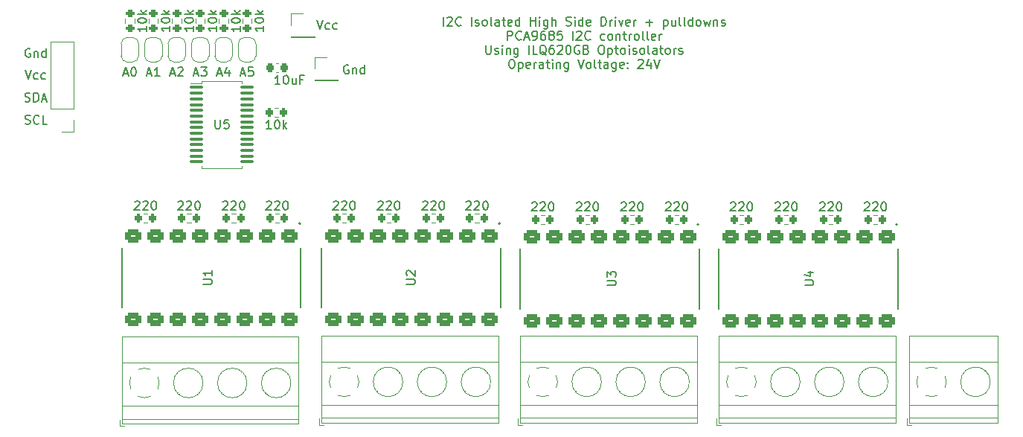
<source format=gto>
%TF.GenerationSoftware,KiCad,Pcbnew,(6.0.0)*%
%TF.CreationDate,2022-10-09T23:28:55-04:00*%
%TF.ProjectId,i2c 24vout,69326320-3234-4766-9f75-742e6b696361,rev?*%
%TF.SameCoordinates,Original*%
%TF.FileFunction,Legend,Top*%
%TF.FilePolarity,Positive*%
%FSLAX46Y46*%
G04 Gerber Fmt 4.6, Leading zero omitted, Abs format (unit mm)*
G04 Created by KiCad (PCBNEW (6.0.0)) date 2022-10-09 23:28:55*
%MOMM*%
%LPD*%
G01*
G04 APERTURE LIST*
G04 Aperture macros list*
%AMRoundRect*
0 Rectangle with rounded corners*
0 $1 Rounding radius*
0 $2 $3 $4 $5 $6 $7 $8 $9 X,Y pos of 4 corners*
0 Add a 4 corners polygon primitive as box body*
4,1,4,$2,$3,$4,$5,$6,$7,$8,$9,$2,$3,0*
0 Add four circle primitives for the rounded corners*
1,1,$1+$1,$2,$3*
1,1,$1+$1,$4,$5*
1,1,$1+$1,$6,$7*
1,1,$1+$1,$8,$9*
0 Add four rect primitives between the rounded corners*
20,1,$1+$1,$2,$3,$4,$5,0*
20,1,$1+$1,$4,$5,$6,$7,0*
20,1,$1+$1,$6,$7,$8,$9,0*
20,1,$1+$1,$8,$9,$2,$3,0*%
%AMFreePoly0*
4,1,22,0.500000,-0.750000,0.000000,-0.750000,0.000000,-0.745033,-0.079941,-0.743568,-0.215256,-0.701293,-0.333266,-0.622738,-0.424486,-0.514219,-0.481581,-0.384460,-0.499164,-0.250000,-0.500000,-0.250000,-0.500000,0.250000,-0.499164,0.250000,-0.499963,0.256109,-0.478152,0.396186,-0.417904,0.524511,-0.324060,0.630769,-0.204165,0.706417,-0.067858,0.745374,0.000000,0.744959,0.000000,0.750000,
0.500000,0.750000,0.500000,-0.750000,0.500000,-0.750000,$1*%
%AMFreePoly1*
4,1,20,0.000000,0.744959,0.073905,0.744508,0.209726,0.703889,0.328688,0.626782,0.421226,0.519385,0.479903,0.390333,0.500000,0.250000,0.500000,-0.250000,0.499851,-0.262216,0.476331,-0.402017,0.414519,-0.529596,0.319384,-0.634700,0.198574,-0.708877,0.061801,-0.746166,0.000000,-0.745033,0.000000,-0.750000,-0.500000,-0.750000,-0.500000,0.750000,0.000000,0.750000,0.000000,0.744959,
0.000000,0.744959,$1*%
G04 Aperture macros list end*
%ADD10C,0.150000*%
%ADD11C,0.120000*%
%ADD12C,0.127000*%
%ADD13C,0.200000*%
%ADD14R,2.600000X2.600000*%
%ADD15C,2.600000*%
%ADD16RoundRect,0.200000X0.200000X0.275000X-0.200000X0.275000X-0.200000X-0.275000X0.200000X-0.275000X0*%
%ADD17RoundRect,0.334400X-0.555600X0.425600X-0.555600X-0.425600X0.555600X-0.425600X0.555600X0.425600X0*%
%ADD18FreePoly0,90.000000*%
%ADD19FreePoly1,90.000000*%
%ADD20RoundRect,0.200000X0.275000X-0.200000X0.275000X0.200000X-0.275000X0.200000X-0.275000X-0.200000X0*%
%ADD21C,3.200000*%
%ADD22RoundRect,0.225000X-0.225000X-0.250000X0.225000X-0.250000X0.225000X0.250000X-0.225000X0.250000X0*%
%ADD23R,1.700000X1.700000*%
%ADD24O,1.700000X1.700000*%
%ADD25RoundRect,0.200000X-0.200000X-0.275000X0.200000X-0.275000X0.200000X0.275000X-0.200000X0.275000X0*%
%ADD26RoundRect,0.100000X-0.637500X-0.100000X0.637500X-0.100000X0.637500X0.100000X-0.637500X0.100000X0*%
G04 APERTURE END LIST*
D10*
X142408999Y-84818380D02*
X142408999Y-83818380D01*
X142837571Y-83913619D02*
X142885190Y-83866000D01*
X142980428Y-83818380D01*
X143218523Y-83818380D01*
X143313761Y-83866000D01*
X143361380Y-83913619D01*
X143408999Y-84008857D01*
X143408999Y-84104095D01*
X143361380Y-84246952D01*
X142789952Y-84818380D01*
X143408999Y-84818380D01*
X144408999Y-84723142D02*
X144361380Y-84770761D01*
X144218523Y-84818380D01*
X144123285Y-84818380D01*
X143980428Y-84770761D01*
X143885190Y-84675523D01*
X143837571Y-84580285D01*
X143789952Y-84389809D01*
X143789952Y-84246952D01*
X143837571Y-84056476D01*
X143885190Y-83961238D01*
X143980428Y-83866000D01*
X144123285Y-83818380D01*
X144218523Y-83818380D01*
X144361380Y-83866000D01*
X144408999Y-83913619D01*
X145599476Y-84818380D02*
X145599476Y-83818380D01*
X146028047Y-84770761D02*
X146123285Y-84818380D01*
X146313761Y-84818380D01*
X146408999Y-84770761D01*
X146456619Y-84675523D01*
X146456619Y-84627904D01*
X146408999Y-84532666D01*
X146313761Y-84485047D01*
X146170904Y-84485047D01*
X146075666Y-84437428D01*
X146028047Y-84342190D01*
X146028047Y-84294571D01*
X146075666Y-84199333D01*
X146170904Y-84151714D01*
X146313761Y-84151714D01*
X146408999Y-84199333D01*
X147028047Y-84818380D02*
X146932809Y-84770761D01*
X146885190Y-84723142D01*
X146837571Y-84627904D01*
X146837571Y-84342190D01*
X146885190Y-84246952D01*
X146932809Y-84199333D01*
X147028047Y-84151714D01*
X147170904Y-84151714D01*
X147266142Y-84199333D01*
X147313761Y-84246952D01*
X147361380Y-84342190D01*
X147361380Y-84627904D01*
X147313761Y-84723142D01*
X147266142Y-84770761D01*
X147170904Y-84818380D01*
X147028047Y-84818380D01*
X147932809Y-84818380D02*
X147837571Y-84770761D01*
X147789952Y-84675523D01*
X147789952Y-83818380D01*
X148742333Y-84818380D02*
X148742333Y-84294571D01*
X148694714Y-84199333D01*
X148599476Y-84151714D01*
X148408999Y-84151714D01*
X148313761Y-84199333D01*
X148742333Y-84770761D02*
X148647095Y-84818380D01*
X148408999Y-84818380D01*
X148313761Y-84770761D01*
X148266142Y-84675523D01*
X148266142Y-84580285D01*
X148313761Y-84485047D01*
X148408999Y-84437428D01*
X148647095Y-84437428D01*
X148742333Y-84389809D01*
X149075666Y-84151714D02*
X149456619Y-84151714D01*
X149218523Y-83818380D02*
X149218523Y-84675523D01*
X149266142Y-84770761D01*
X149361380Y-84818380D01*
X149456619Y-84818380D01*
X150170904Y-84770761D02*
X150075666Y-84818380D01*
X149885190Y-84818380D01*
X149789952Y-84770761D01*
X149742333Y-84675523D01*
X149742333Y-84294571D01*
X149789952Y-84199333D01*
X149885190Y-84151714D01*
X150075666Y-84151714D01*
X150170904Y-84199333D01*
X150218523Y-84294571D01*
X150218523Y-84389809D01*
X149742333Y-84485047D01*
X151075666Y-84818380D02*
X151075666Y-83818380D01*
X151075666Y-84770761D02*
X150980428Y-84818380D01*
X150789952Y-84818380D01*
X150694714Y-84770761D01*
X150647095Y-84723142D01*
X150599476Y-84627904D01*
X150599476Y-84342190D01*
X150647095Y-84246952D01*
X150694714Y-84199333D01*
X150789952Y-84151714D01*
X150980428Y-84151714D01*
X151075666Y-84199333D01*
X152313761Y-84818380D02*
X152313761Y-83818380D01*
X152313761Y-84294571D02*
X152885190Y-84294571D01*
X152885190Y-84818380D02*
X152885190Y-83818380D01*
X153361380Y-84818380D02*
X153361380Y-84151714D01*
X153361380Y-83818380D02*
X153313761Y-83866000D01*
X153361380Y-83913619D01*
X153408999Y-83866000D01*
X153361380Y-83818380D01*
X153361380Y-83913619D01*
X154266142Y-84151714D02*
X154266142Y-84961238D01*
X154218523Y-85056476D01*
X154170904Y-85104095D01*
X154075666Y-85151714D01*
X153932809Y-85151714D01*
X153837571Y-85104095D01*
X154266142Y-84770761D02*
X154170904Y-84818380D01*
X153980428Y-84818380D01*
X153885190Y-84770761D01*
X153837571Y-84723142D01*
X153789952Y-84627904D01*
X153789952Y-84342190D01*
X153837571Y-84246952D01*
X153885190Y-84199333D01*
X153980428Y-84151714D01*
X154170904Y-84151714D01*
X154266142Y-84199333D01*
X154742333Y-84818380D02*
X154742333Y-83818380D01*
X155170904Y-84818380D02*
X155170904Y-84294571D01*
X155123285Y-84199333D01*
X155028047Y-84151714D01*
X154885190Y-84151714D01*
X154789952Y-84199333D01*
X154742333Y-84246952D01*
X156361380Y-84770761D02*
X156504238Y-84818380D01*
X156742333Y-84818380D01*
X156837571Y-84770761D01*
X156885190Y-84723142D01*
X156932809Y-84627904D01*
X156932809Y-84532666D01*
X156885190Y-84437428D01*
X156837571Y-84389809D01*
X156742333Y-84342190D01*
X156551857Y-84294571D01*
X156456619Y-84246952D01*
X156408999Y-84199333D01*
X156361380Y-84104095D01*
X156361380Y-84008857D01*
X156408999Y-83913619D01*
X156456619Y-83866000D01*
X156551857Y-83818380D01*
X156789952Y-83818380D01*
X156932809Y-83866000D01*
X157361380Y-84818380D02*
X157361380Y-84151714D01*
X157361380Y-83818380D02*
X157313761Y-83866000D01*
X157361380Y-83913619D01*
X157408999Y-83866000D01*
X157361380Y-83818380D01*
X157361380Y-83913619D01*
X158266142Y-84818380D02*
X158266142Y-83818380D01*
X158266142Y-84770761D02*
X158170904Y-84818380D01*
X157980428Y-84818380D01*
X157885190Y-84770761D01*
X157837571Y-84723142D01*
X157789952Y-84627904D01*
X157789952Y-84342190D01*
X157837571Y-84246952D01*
X157885190Y-84199333D01*
X157980428Y-84151714D01*
X158170904Y-84151714D01*
X158266142Y-84199333D01*
X159123285Y-84770761D02*
X159028047Y-84818380D01*
X158837571Y-84818380D01*
X158742333Y-84770761D01*
X158694714Y-84675523D01*
X158694714Y-84294571D01*
X158742333Y-84199333D01*
X158837571Y-84151714D01*
X159028047Y-84151714D01*
X159123285Y-84199333D01*
X159170904Y-84294571D01*
X159170904Y-84389809D01*
X158694714Y-84485047D01*
X160361380Y-84818380D02*
X160361380Y-83818380D01*
X160599476Y-83818380D01*
X160742333Y-83866000D01*
X160837571Y-83961238D01*
X160885190Y-84056476D01*
X160932809Y-84246952D01*
X160932809Y-84389809D01*
X160885190Y-84580285D01*
X160837571Y-84675523D01*
X160742333Y-84770761D01*
X160599476Y-84818380D01*
X160361380Y-84818380D01*
X161361380Y-84818380D02*
X161361380Y-84151714D01*
X161361380Y-84342190D02*
X161408999Y-84246952D01*
X161456619Y-84199333D01*
X161551857Y-84151714D01*
X161647095Y-84151714D01*
X161980428Y-84818380D02*
X161980428Y-84151714D01*
X161980428Y-83818380D02*
X161932809Y-83866000D01*
X161980428Y-83913619D01*
X162028047Y-83866000D01*
X161980428Y-83818380D01*
X161980428Y-83913619D01*
X162361380Y-84151714D02*
X162599476Y-84818380D01*
X162837571Y-84151714D01*
X163599476Y-84770761D02*
X163504238Y-84818380D01*
X163313761Y-84818380D01*
X163218523Y-84770761D01*
X163170904Y-84675523D01*
X163170904Y-84294571D01*
X163218523Y-84199333D01*
X163313761Y-84151714D01*
X163504238Y-84151714D01*
X163599476Y-84199333D01*
X163647095Y-84294571D01*
X163647095Y-84389809D01*
X163170904Y-84485047D01*
X164075666Y-84818380D02*
X164075666Y-84151714D01*
X164075666Y-84342190D02*
X164123285Y-84246952D01*
X164170904Y-84199333D01*
X164266142Y-84151714D01*
X164361380Y-84151714D01*
X165456619Y-84437428D02*
X166218523Y-84437428D01*
X165837571Y-84818380D02*
X165837571Y-84056476D01*
X167456619Y-84151714D02*
X167456619Y-85151714D01*
X167456619Y-84199333D02*
X167551857Y-84151714D01*
X167742333Y-84151714D01*
X167837571Y-84199333D01*
X167885190Y-84246952D01*
X167932809Y-84342190D01*
X167932809Y-84627904D01*
X167885190Y-84723142D01*
X167837571Y-84770761D01*
X167742333Y-84818380D01*
X167551857Y-84818380D01*
X167456619Y-84770761D01*
X168789952Y-84151714D02*
X168789952Y-84818380D01*
X168361380Y-84151714D02*
X168361380Y-84675523D01*
X168408999Y-84770761D01*
X168504238Y-84818380D01*
X168647095Y-84818380D01*
X168742333Y-84770761D01*
X168789952Y-84723142D01*
X169408999Y-84818380D02*
X169313761Y-84770761D01*
X169266142Y-84675523D01*
X169266142Y-83818380D01*
X169932809Y-84818380D02*
X169837571Y-84770761D01*
X169789952Y-84675523D01*
X169789952Y-83818380D01*
X170742333Y-84818380D02*
X170742333Y-83818380D01*
X170742333Y-84770761D02*
X170647095Y-84818380D01*
X170456619Y-84818380D01*
X170361380Y-84770761D01*
X170313761Y-84723142D01*
X170266142Y-84627904D01*
X170266142Y-84342190D01*
X170313761Y-84246952D01*
X170361380Y-84199333D01*
X170456619Y-84151714D01*
X170647095Y-84151714D01*
X170742333Y-84199333D01*
X171361380Y-84818380D02*
X171266142Y-84770761D01*
X171218523Y-84723142D01*
X171170904Y-84627904D01*
X171170904Y-84342190D01*
X171218523Y-84246952D01*
X171266142Y-84199333D01*
X171361380Y-84151714D01*
X171504238Y-84151714D01*
X171599476Y-84199333D01*
X171647095Y-84246952D01*
X171694714Y-84342190D01*
X171694714Y-84627904D01*
X171647095Y-84723142D01*
X171599476Y-84770761D01*
X171504238Y-84818380D01*
X171361380Y-84818380D01*
X172028047Y-84151714D02*
X172218523Y-84818380D01*
X172408999Y-84342190D01*
X172599476Y-84818380D01*
X172789952Y-84151714D01*
X173170904Y-84151714D02*
X173170904Y-84818380D01*
X173170904Y-84246952D02*
X173218523Y-84199333D01*
X173313761Y-84151714D01*
X173456619Y-84151714D01*
X173551857Y-84199333D01*
X173599476Y-84294571D01*
X173599476Y-84818380D01*
X174028047Y-84770761D02*
X174123285Y-84818380D01*
X174313761Y-84818380D01*
X174408999Y-84770761D01*
X174456619Y-84675523D01*
X174456619Y-84627904D01*
X174408999Y-84532666D01*
X174313761Y-84485047D01*
X174170904Y-84485047D01*
X174075666Y-84437428D01*
X174028047Y-84342190D01*
X174028047Y-84294571D01*
X174075666Y-84199333D01*
X174170904Y-84151714D01*
X174313761Y-84151714D01*
X174408999Y-84199333D01*
X149694714Y-86428380D02*
X149694714Y-85428380D01*
X150075666Y-85428380D01*
X150170904Y-85476000D01*
X150218523Y-85523619D01*
X150266142Y-85618857D01*
X150266142Y-85761714D01*
X150218523Y-85856952D01*
X150170904Y-85904571D01*
X150075666Y-85952190D01*
X149694714Y-85952190D01*
X151266142Y-86333142D02*
X151218523Y-86380761D01*
X151075666Y-86428380D01*
X150980428Y-86428380D01*
X150837571Y-86380761D01*
X150742333Y-86285523D01*
X150694714Y-86190285D01*
X150647095Y-85999809D01*
X150647095Y-85856952D01*
X150694714Y-85666476D01*
X150742333Y-85571238D01*
X150837571Y-85476000D01*
X150980428Y-85428380D01*
X151075666Y-85428380D01*
X151218523Y-85476000D01*
X151266142Y-85523619D01*
X151647095Y-86142666D02*
X152123285Y-86142666D01*
X151551857Y-86428380D02*
X151885190Y-85428380D01*
X152218523Y-86428380D01*
X152599476Y-86428380D02*
X152789952Y-86428380D01*
X152885190Y-86380761D01*
X152932809Y-86333142D01*
X153028047Y-86190285D01*
X153075666Y-85999809D01*
X153075666Y-85618857D01*
X153028047Y-85523619D01*
X152980428Y-85476000D01*
X152885190Y-85428380D01*
X152694714Y-85428380D01*
X152599476Y-85476000D01*
X152551857Y-85523619D01*
X152504238Y-85618857D01*
X152504238Y-85856952D01*
X152551857Y-85952190D01*
X152599476Y-85999809D01*
X152694714Y-86047428D01*
X152885190Y-86047428D01*
X152980428Y-85999809D01*
X153028047Y-85952190D01*
X153075666Y-85856952D01*
X153932809Y-85428380D02*
X153742333Y-85428380D01*
X153647095Y-85476000D01*
X153599476Y-85523619D01*
X153504238Y-85666476D01*
X153456619Y-85856952D01*
X153456619Y-86237904D01*
X153504238Y-86333142D01*
X153551857Y-86380761D01*
X153647095Y-86428380D01*
X153837571Y-86428380D01*
X153932809Y-86380761D01*
X153980428Y-86333142D01*
X154028047Y-86237904D01*
X154028047Y-85999809D01*
X153980428Y-85904571D01*
X153932809Y-85856952D01*
X153837571Y-85809333D01*
X153647095Y-85809333D01*
X153551857Y-85856952D01*
X153504238Y-85904571D01*
X153456619Y-85999809D01*
X154599476Y-85856952D02*
X154504238Y-85809333D01*
X154456619Y-85761714D01*
X154409000Y-85666476D01*
X154409000Y-85618857D01*
X154456619Y-85523619D01*
X154504238Y-85476000D01*
X154599476Y-85428380D01*
X154789952Y-85428380D01*
X154885190Y-85476000D01*
X154932809Y-85523619D01*
X154980428Y-85618857D01*
X154980428Y-85666476D01*
X154932809Y-85761714D01*
X154885190Y-85809333D01*
X154789952Y-85856952D01*
X154599476Y-85856952D01*
X154504238Y-85904571D01*
X154456619Y-85952190D01*
X154409000Y-86047428D01*
X154409000Y-86237904D01*
X154456619Y-86333142D01*
X154504238Y-86380761D01*
X154599476Y-86428380D01*
X154789952Y-86428380D01*
X154885190Y-86380761D01*
X154932809Y-86333142D01*
X154980428Y-86237904D01*
X154980428Y-86047428D01*
X154932809Y-85952190D01*
X154885190Y-85904571D01*
X154789952Y-85856952D01*
X155885190Y-85428380D02*
X155409000Y-85428380D01*
X155361380Y-85904571D01*
X155409000Y-85856952D01*
X155504238Y-85809333D01*
X155742333Y-85809333D01*
X155837571Y-85856952D01*
X155885190Y-85904571D01*
X155932809Y-85999809D01*
X155932809Y-86237904D01*
X155885190Y-86333142D01*
X155837571Y-86380761D01*
X155742333Y-86428380D01*
X155504238Y-86428380D01*
X155409000Y-86380761D01*
X155361380Y-86333142D01*
X157123285Y-86428380D02*
X157123285Y-85428380D01*
X157551857Y-85523619D02*
X157599476Y-85476000D01*
X157694714Y-85428380D01*
X157932809Y-85428380D01*
X158028047Y-85476000D01*
X158075666Y-85523619D01*
X158123285Y-85618857D01*
X158123285Y-85714095D01*
X158075666Y-85856952D01*
X157504238Y-86428380D01*
X158123285Y-86428380D01*
X159123285Y-86333142D02*
X159075666Y-86380761D01*
X158932809Y-86428380D01*
X158837571Y-86428380D01*
X158694714Y-86380761D01*
X158599476Y-86285523D01*
X158551857Y-86190285D01*
X158504238Y-85999809D01*
X158504238Y-85856952D01*
X158551857Y-85666476D01*
X158599476Y-85571238D01*
X158694714Y-85476000D01*
X158837571Y-85428380D01*
X158932809Y-85428380D01*
X159075666Y-85476000D01*
X159123285Y-85523619D01*
X160742333Y-86380761D02*
X160647095Y-86428380D01*
X160456619Y-86428380D01*
X160361380Y-86380761D01*
X160313761Y-86333142D01*
X160266142Y-86237904D01*
X160266142Y-85952190D01*
X160313761Y-85856952D01*
X160361380Y-85809333D01*
X160456619Y-85761714D01*
X160647095Y-85761714D01*
X160742333Y-85809333D01*
X161313761Y-86428380D02*
X161218523Y-86380761D01*
X161170904Y-86333142D01*
X161123285Y-86237904D01*
X161123285Y-85952190D01*
X161170904Y-85856952D01*
X161218523Y-85809333D01*
X161313761Y-85761714D01*
X161456619Y-85761714D01*
X161551857Y-85809333D01*
X161599476Y-85856952D01*
X161647095Y-85952190D01*
X161647095Y-86237904D01*
X161599476Y-86333142D01*
X161551857Y-86380761D01*
X161456619Y-86428380D01*
X161313761Y-86428380D01*
X162075666Y-85761714D02*
X162075666Y-86428380D01*
X162075666Y-85856952D02*
X162123285Y-85809333D01*
X162218523Y-85761714D01*
X162361380Y-85761714D01*
X162456619Y-85809333D01*
X162504238Y-85904571D01*
X162504238Y-86428380D01*
X162837571Y-85761714D02*
X163218523Y-85761714D01*
X162980428Y-85428380D02*
X162980428Y-86285523D01*
X163028047Y-86380761D01*
X163123285Y-86428380D01*
X163218523Y-86428380D01*
X163551857Y-86428380D02*
X163551857Y-85761714D01*
X163551857Y-85952190D02*
X163599476Y-85856952D01*
X163647095Y-85809333D01*
X163742333Y-85761714D01*
X163837571Y-85761714D01*
X164313761Y-86428380D02*
X164218523Y-86380761D01*
X164170904Y-86333142D01*
X164123285Y-86237904D01*
X164123285Y-85952190D01*
X164170904Y-85856952D01*
X164218523Y-85809333D01*
X164313761Y-85761714D01*
X164456619Y-85761714D01*
X164551857Y-85809333D01*
X164599476Y-85856952D01*
X164647095Y-85952190D01*
X164647095Y-86237904D01*
X164599476Y-86333142D01*
X164551857Y-86380761D01*
X164456619Y-86428380D01*
X164313761Y-86428380D01*
X165218523Y-86428380D02*
X165123285Y-86380761D01*
X165075666Y-86285523D01*
X165075666Y-85428380D01*
X165742333Y-86428380D02*
X165647095Y-86380761D01*
X165599476Y-86285523D01*
X165599476Y-85428380D01*
X166504238Y-86380761D02*
X166409000Y-86428380D01*
X166218523Y-86428380D01*
X166123285Y-86380761D01*
X166075666Y-86285523D01*
X166075666Y-85904571D01*
X166123285Y-85809333D01*
X166218523Y-85761714D01*
X166409000Y-85761714D01*
X166504238Y-85809333D01*
X166551857Y-85904571D01*
X166551857Y-85999809D01*
X166075666Y-86095047D01*
X166980428Y-86428380D02*
X166980428Y-85761714D01*
X166980428Y-85952190D02*
X167028047Y-85856952D01*
X167075666Y-85809333D01*
X167170904Y-85761714D01*
X167266142Y-85761714D01*
X147242333Y-87038380D02*
X147242333Y-87847904D01*
X147289952Y-87943142D01*
X147337571Y-87990761D01*
X147432809Y-88038380D01*
X147623285Y-88038380D01*
X147718523Y-87990761D01*
X147766142Y-87943142D01*
X147813761Y-87847904D01*
X147813761Y-87038380D01*
X148242333Y-87990761D02*
X148337571Y-88038380D01*
X148528047Y-88038380D01*
X148623285Y-87990761D01*
X148670904Y-87895523D01*
X148670904Y-87847904D01*
X148623285Y-87752666D01*
X148528047Y-87705047D01*
X148385190Y-87705047D01*
X148289952Y-87657428D01*
X148242333Y-87562190D01*
X148242333Y-87514571D01*
X148289952Y-87419333D01*
X148385190Y-87371714D01*
X148528047Y-87371714D01*
X148623285Y-87419333D01*
X149099476Y-88038380D02*
X149099476Y-87371714D01*
X149099476Y-87038380D02*
X149051857Y-87086000D01*
X149099476Y-87133619D01*
X149147095Y-87086000D01*
X149099476Y-87038380D01*
X149099476Y-87133619D01*
X149575666Y-87371714D02*
X149575666Y-88038380D01*
X149575666Y-87466952D02*
X149623285Y-87419333D01*
X149718523Y-87371714D01*
X149861380Y-87371714D01*
X149956619Y-87419333D01*
X150004238Y-87514571D01*
X150004238Y-88038380D01*
X150909000Y-87371714D02*
X150909000Y-88181238D01*
X150861380Y-88276476D01*
X150813761Y-88324095D01*
X150718523Y-88371714D01*
X150575666Y-88371714D01*
X150480428Y-88324095D01*
X150909000Y-87990761D02*
X150813761Y-88038380D01*
X150623285Y-88038380D01*
X150528047Y-87990761D01*
X150480428Y-87943142D01*
X150432809Y-87847904D01*
X150432809Y-87562190D01*
X150480428Y-87466952D01*
X150528047Y-87419333D01*
X150623285Y-87371714D01*
X150813761Y-87371714D01*
X150909000Y-87419333D01*
X152147095Y-88038380D02*
X152147095Y-87038380D01*
X153099476Y-88038380D02*
X152623285Y-88038380D01*
X152623285Y-87038380D01*
X154099476Y-88133619D02*
X154004238Y-88086000D01*
X153909000Y-87990761D01*
X153766142Y-87847904D01*
X153670904Y-87800285D01*
X153575666Y-87800285D01*
X153623285Y-88038380D02*
X153528047Y-87990761D01*
X153432809Y-87895523D01*
X153385190Y-87705047D01*
X153385190Y-87371714D01*
X153432809Y-87181238D01*
X153528047Y-87086000D01*
X153623285Y-87038380D01*
X153813761Y-87038380D01*
X153909000Y-87086000D01*
X154004238Y-87181238D01*
X154051857Y-87371714D01*
X154051857Y-87705047D01*
X154004238Y-87895523D01*
X153909000Y-87990761D01*
X153813761Y-88038380D01*
X153623285Y-88038380D01*
X154909000Y-87038380D02*
X154718523Y-87038380D01*
X154623285Y-87086000D01*
X154575666Y-87133619D01*
X154480428Y-87276476D01*
X154432809Y-87466952D01*
X154432809Y-87847904D01*
X154480428Y-87943142D01*
X154528047Y-87990761D01*
X154623285Y-88038380D01*
X154813761Y-88038380D01*
X154909000Y-87990761D01*
X154956619Y-87943142D01*
X155004238Y-87847904D01*
X155004238Y-87609809D01*
X154956619Y-87514571D01*
X154909000Y-87466952D01*
X154813761Y-87419333D01*
X154623285Y-87419333D01*
X154528047Y-87466952D01*
X154480428Y-87514571D01*
X154432809Y-87609809D01*
X155385190Y-87133619D02*
X155432809Y-87086000D01*
X155528047Y-87038380D01*
X155766142Y-87038380D01*
X155861380Y-87086000D01*
X155909000Y-87133619D01*
X155956619Y-87228857D01*
X155956619Y-87324095D01*
X155909000Y-87466952D01*
X155337571Y-88038380D01*
X155956619Y-88038380D01*
X156575666Y-87038380D02*
X156670904Y-87038380D01*
X156766142Y-87086000D01*
X156813761Y-87133619D01*
X156861380Y-87228857D01*
X156909000Y-87419333D01*
X156909000Y-87657428D01*
X156861380Y-87847904D01*
X156813761Y-87943142D01*
X156766142Y-87990761D01*
X156670904Y-88038380D01*
X156575666Y-88038380D01*
X156480428Y-87990761D01*
X156432809Y-87943142D01*
X156385190Y-87847904D01*
X156337571Y-87657428D01*
X156337571Y-87419333D01*
X156385190Y-87228857D01*
X156432809Y-87133619D01*
X156480428Y-87086000D01*
X156575666Y-87038380D01*
X157861380Y-87086000D02*
X157766142Y-87038380D01*
X157623285Y-87038380D01*
X157480428Y-87086000D01*
X157385190Y-87181238D01*
X157337571Y-87276476D01*
X157289952Y-87466952D01*
X157289952Y-87609809D01*
X157337571Y-87800285D01*
X157385190Y-87895523D01*
X157480428Y-87990761D01*
X157623285Y-88038380D01*
X157718523Y-88038380D01*
X157861380Y-87990761D01*
X157909000Y-87943142D01*
X157909000Y-87609809D01*
X157718523Y-87609809D01*
X158670904Y-87514571D02*
X158813761Y-87562190D01*
X158861380Y-87609809D01*
X158909000Y-87705047D01*
X158909000Y-87847904D01*
X158861380Y-87943142D01*
X158813761Y-87990761D01*
X158718523Y-88038380D01*
X158337571Y-88038380D01*
X158337571Y-87038380D01*
X158670904Y-87038380D01*
X158766142Y-87086000D01*
X158813761Y-87133619D01*
X158861380Y-87228857D01*
X158861380Y-87324095D01*
X158813761Y-87419333D01*
X158766142Y-87466952D01*
X158670904Y-87514571D01*
X158337571Y-87514571D01*
X160289952Y-87038380D02*
X160480428Y-87038380D01*
X160575666Y-87086000D01*
X160670904Y-87181238D01*
X160718523Y-87371714D01*
X160718523Y-87705047D01*
X160670904Y-87895523D01*
X160575666Y-87990761D01*
X160480428Y-88038380D01*
X160289952Y-88038380D01*
X160194714Y-87990761D01*
X160099476Y-87895523D01*
X160051857Y-87705047D01*
X160051857Y-87371714D01*
X160099476Y-87181238D01*
X160194714Y-87086000D01*
X160289952Y-87038380D01*
X161147095Y-87371714D02*
X161147095Y-88371714D01*
X161147095Y-87419333D02*
X161242333Y-87371714D01*
X161432809Y-87371714D01*
X161528047Y-87419333D01*
X161575666Y-87466952D01*
X161623285Y-87562190D01*
X161623285Y-87847904D01*
X161575666Y-87943142D01*
X161528047Y-87990761D01*
X161432809Y-88038380D01*
X161242333Y-88038380D01*
X161147095Y-87990761D01*
X161909000Y-87371714D02*
X162289952Y-87371714D01*
X162051857Y-87038380D02*
X162051857Y-87895523D01*
X162099476Y-87990761D01*
X162194714Y-88038380D01*
X162289952Y-88038380D01*
X162766142Y-88038380D02*
X162670904Y-87990761D01*
X162623285Y-87943142D01*
X162575666Y-87847904D01*
X162575666Y-87562190D01*
X162623285Y-87466952D01*
X162670904Y-87419333D01*
X162766142Y-87371714D01*
X162909000Y-87371714D01*
X163004238Y-87419333D01*
X163051857Y-87466952D01*
X163099476Y-87562190D01*
X163099476Y-87847904D01*
X163051857Y-87943142D01*
X163004238Y-87990761D01*
X162909000Y-88038380D01*
X162766142Y-88038380D01*
X163528047Y-88038380D02*
X163528047Y-87371714D01*
X163528047Y-87038380D02*
X163480428Y-87086000D01*
X163528047Y-87133619D01*
X163575666Y-87086000D01*
X163528047Y-87038380D01*
X163528047Y-87133619D01*
X163956619Y-87990761D02*
X164051857Y-88038380D01*
X164242333Y-88038380D01*
X164337571Y-87990761D01*
X164385190Y-87895523D01*
X164385190Y-87847904D01*
X164337571Y-87752666D01*
X164242333Y-87705047D01*
X164099476Y-87705047D01*
X164004238Y-87657428D01*
X163956619Y-87562190D01*
X163956619Y-87514571D01*
X164004238Y-87419333D01*
X164099476Y-87371714D01*
X164242333Y-87371714D01*
X164337571Y-87419333D01*
X164956619Y-88038380D02*
X164861380Y-87990761D01*
X164813761Y-87943142D01*
X164766142Y-87847904D01*
X164766142Y-87562190D01*
X164813761Y-87466952D01*
X164861380Y-87419333D01*
X164956619Y-87371714D01*
X165099476Y-87371714D01*
X165194714Y-87419333D01*
X165242333Y-87466952D01*
X165289952Y-87562190D01*
X165289952Y-87847904D01*
X165242333Y-87943142D01*
X165194714Y-87990761D01*
X165099476Y-88038380D01*
X164956619Y-88038380D01*
X165861380Y-88038380D02*
X165766142Y-87990761D01*
X165718523Y-87895523D01*
X165718523Y-87038380D01*
X166670904Y-88038380D02*
X166670904Y-87514571D01*
X166623285Y-87419333D01*
X166528047Y-87371714D01*
X166337571Y-87371714D01*
X166242333Y-87419333D01*
X166670904Y-87990761D02*
X166575666Y-88038380D01*
X166337571Y-88038380D01*
X166242333Y-87990761D01*
X166194714Y-87895523D01*
X166194714Y-87800285D01*
X166242333Y-87705047D01*
X166337571Y-87657428D01*
X166575666Y-87657428D01*
X166670904Y-87609809D01*
X167004238Y-87371714D02*
X167385190Y-87371714D01*
X167147095Y-87038380D02*
X167147095Y-87895523D01*
X167194714Y-87990761D01*
X167289952Y-88038380D01*
X167385190Y-88038380D01*
X167861380Y-88038380D02*
X167766142Y-87990761D01*
X167718523Y-87943142D01*
X167670904Y-87847904D01*
X167670904Y-87562190D01*
X167718523Y-87466952D01*
X167766142Y-87419333D01*
X167861380Y-87371714D01*
X168004238Y-87371714D01*
X168099476Y-87419333D01*
X168147095Y-87466952D01*
X168194714Y-87562190D01*
X168194714Y-87847904D01*
X168147095Y-87943142D01*
X168099476Y-87990761D01*
X168004238Y-88038380D01*
X167861380Y-88038380D01*
X168623285Y-88038380D02*
X168623285Y-87371714D01*
X168623285Y-87562190D02*
X168670904Y-87466952D01*
X168718523Y-87419333D01*
X168813761Y-87371714D01*
X168908999Y-87371714D01*
X169194714Y-87990761D02*
X169289952Y-88038380D01*
X169480428Y-88038380D01*
X169575666Y-87990761D01*
X169623285Y-87895523D01*
X169623285Y-87847904D01*
X169575666Y-87752666D01*
X169480428Y-87705047D01*
X169337571Y-87705047D01*
X169242333Y-87657428D01*
X169194714Y-87562190D01*
X169194714Y-87514571D01*
X169242333Y-87419333D01*
X169337571Y-87371714D01*
X169480428Y-87371714D01*
X169575666Y-87419333D01*
X150099476Y-88648380D02*
X150289952Y-88648380D01*
X150385190Y-88696000D01*
X150480428Y-88791238D01*
X150528047Y-88981714D01*
X150528047Y-89315047D01*
X150480428Y-89505523D01*
X150385190Y-89600761D01*
X150289952Y-89648380D01*
X150099476Y-89648380D01*
X150004238Y-89600761D01*
X149909000Y-89505523D01*
X149861380Y-89315047D01*
X149861380Y-88981714D01*
X149909000Y-88791238D01*
X150004238Y-88696000D01*
X150099476Y-88648380D01*
X150956619Y-88981714D02*
X150956619Y-89981714D01*
X150956619Y-89029333D02*
X151051857Y-88981714D01*
X151242333Y-88981714D01*
X151337571Y-89029333D01*
X151385190Y-89076952D01*
X151432809Y-89172190D01*
X151432809Y-89457904D01*
X151385190Y-89553142D01*
X151337571Y-89600761D01*
X151242333Y-89648380D01*
X151051857Y-89648380D01*
X150956619Y-89600761D01*
X152242333Y-89600761D02*
X152147095Y-89648380D01*
X151956619Y-89648380D01*
X151861380Y-89600761D01*
X151813761Y-89505523D01*
X151813761Y-89124571D01*
X151861380Y-89029333D01*
X151956619Y-88981714D01*
X152147095Y-88981714D01*
X152242333Y-89029333D01*
X152289952Y-89124571D01*
X152289952Y-89219809D01*
X151813761Y-89315047D01*
X152718523Y-89648380D02*
X152718523Y-88981714D01*
X152718523Y-89172190D02*
X152766142Y-89076952D01*
X152813761Y-89029333D01*
X152909000Y-88981714D01*
X153004238Y-88981714D01*
X153766142Y-89648380D02*
X153766142Y-89124571D01*
X153718523Y-89029333D01*
X153623285Y-88981714D01*
X153432809Y-88981714D01*
X153337571Y-89029333D01*
X153766142Y-89600761D02*
X153670904Y-89648380D01*
X153432809Y-89648380D01*
X153337571Y-89600761D01*
X153289952Y-89505523D01*
X153289952Y-89410285D01*
X153337571Y-89315047D01*
X153432809Y-89267428D01*
X153670904Y-89267428D01*
X153766142Y-89219809D01*
X154099476Y-88981714D02*
X154480428Y-88981714D01*
X154242333Y-88648380D02*
X154242333Y-89505523D01*
X154289952Y-89600761D01*
X154385190Y-89648380D01*
X154480428Y-89648380D01*
X154813761Y-89648380D02*
X154813761Y-88981714D01*
X154813761Y-88648380D02*
X154766142Y-88696000D01*
X154813761Y-88743619D01*
X154861380Y-88696000D01*
X154813761Y-88648380D01*
X154813761Y-88743619D01*
X155289952Y-88981714D02*
X155289952Y-89648380D01*
X155289952Y-89076952D02*
X155337571Y-89029333D01*
X155432809Y-88981714D01*
X155575666Y-88981714D01*
X155670904Y-89029333D01*
X155718523Y-89124571D01*
X155718523Y-89648380D01*
X156623285Y-88981714D02*
X156623285Y-89791238D01*
X156575666Y-89886476D01*
X156528047Y-89934095D01*
X156432809Y-89981714D01*
X156289952Y-89981714D01*
X156194714Y-89934095D01*
X156623285Y-89600761D02*
X156528047Y-89648380D01*
X156337571Y-89648380D01*
X156242333Y-89600761D01*
X156194714Y-89553142D01*
X156147095Y-89457904D01*
X156147095Y-89172190D01*
X156194714Y-89076952D01*
X156242333Y-89029333D01*
X156337571Y-88981714D01*
X156528047Y-88981714D01*
X156623285Y-89029333D01*
X157718523Y-88648380D02*
X158051857Y-89648380D01*
X158385190Y-88648380D01*
X158861380Y-89648380D02*
X158766142Y-89600761D01*
X158718523Y-89553142D01*
X158670904Y-89457904D01*
X158670904Y-89172190D01*
X158718523Y-89076952D01*
X158766142Y-89029333D01*
X158861380Y-88981714D01*
X159004238Y-88981714D01*
X159099476Y-89029333D01*
X159147095Y-89076952D01*
X159194714Y-89172190D01*
X159194714Y-89457904D01*
X159147095Y-89553142D01*
X159099476Y-89600761D01*
X159004238Y-89648380D01*
X158861380Y-89648380D01*
X159766142Y-89648380D02*
X159670904Y-89600761D01*
X159623285Y-89505523D01*
X159623285Y-88648380D01*
X160004238Y-88981714D02*
X160385190Y-88981714D01*
X160147095Y-88648380D02*
X160147095Y-89505523D01*
X160194714Y-89600761D01*
X160289952Y-89648380D01*
X160385190Y-89648380D01*
X161147095Y-89648380D02*
X161147095Y-89124571D01*
X161099476Y-89029333D01*
X161004238Y-88981714D01*
X160813761Y-88981714D01*
X160718523Y-89029333D01*
X161147095Y-89600761D02*
X161051857Y-89648380D01*
X160813761Y-89648380D01*
X160718523Y-89600761D01*
X160670904Y-89505523D01*
X160670904Y-89410285D01*
X160718523Y-89315047D01*
X160813761Y-89267428D01*
X161051857Y-89267428D01*
X161147095Y-89219809D01*
X162051857Y-88981714D02*
X162051857Y-89791238D01*
X162004238Y-89886476D01*
X161956619Y-89934095D01*
X161861380Y-89981714D01*
X161718523Y-89981714D01*
X161623285Y-89934095D01*
X162051857Y-89600761D02*
X161956619Y-89648380D01*
X161766142Y-89648380D01*
X161670904Y-89600761D01*
X161623285Y-89553142D01*
X161575666Y-89457904D01*
X161575666Y-89172190D01*
X161623285Y-89076952D01*
X161670904Y-89029333D01*
X161766142Y-88981714D01*
X161956619Y-88981714D01*
X162051857Y-89029333D01*
X162909000Y-89600761D02*
X162813761Y-89648380D01*
X162623285Y-89648380D01*
X162528047Y-89600761D01*
X162480428Y-89505523D01*
X162480428Y-89124571D01*
X162528047Y-89029333D01*
X162623285Y-88981714D01*
X162813761Y-88981714D01*
X162909000Y-89029333D01*
X162956619Y-89124571D01*
X162956619Y-89219809D01*
X162480428Y-89315047D01*
X163385190Y-89553142D02*
X163432809Y-89600761D01*
X163385190Y-89648380D01*
X163337571Y-89600761D01*
X163385190Y-89553142D01*
X163385190Y-89648380D01*
X163385190Y-89029333D02*
X163432809Y-89076952D01*
X163385190Y-89124571D01*
X163337571Y-89076952D01*
X163385190Y-89029333D01*
X163385190Y-89124571D01*
X164575666Y-88743619D02*
X164623285Y-88696000D01*
X164718523Y-88648380D01*
X164956619Y-88648380D01*
X165051857Y-88696000D01*
X165099476Y-88743619D01*
X165147095Y-88838857D01*
X165147095Y-88934095D01*
X165099476Y-89076952D01*
X164528047Y-89648380D01*
X165147095Y-89648380D01*
X166004238Y-88981714D02*
X166004238Y-89648380D01*
X165766142Y-88600761D02*
X165528047Y-89315047D01*
X166147095Y-89315047D01*
X166385190Y-88648380D02*
X166718523Y-89648380D01*
X167051857Y-88648380D01*
X131604142Y-89329000D02*
X131508904Y-89281380D01*
X131366047Y-89281380D01*
X131223190Y-89329000D01*
X131127952Y-89424238D01*
X131080333Y-89519476D01*
X131032714Y-89709952D01*
X131032714Y-89852809D01*
X131080333Y-90043285D01*
X131127952Y-90138523D01*
X131223190Y-90233761D01*
X131366047Y-90281380D01*
X131461285Y-90281380D01*
X131604142Y-90233761D01*
X131651761Y-90186142D01*
X131651761Y-89852809D01*
X131461285Y-89852809D01*
X132080333Y-89614714D02*
X132080333Y-90281380D01*
X132080333Y-89709952D02*
X132127952Y-89662333D01*
X132223190Y-89614714D01*
X132366047Y-89614714D01*
X132461285Y-89662333D01*
X132508904Y-89757571D01*
X132508904Y-90281380D01*
X133413666Y-90281380D02*
X133413666Y-89281380D01*
X133413666Y-90233761D02*
X133318428Y-90281380D01*
X133127952Y-90281380D01*
X133032714Y-90233761D01*
X132985095Y-90186142D01*
X132937476Y-90090904D01*
X132937476Y-89805190D01*
X132985095Y-89709952D01*
X133032714Y-89662333D01*
X133127952Y-89614714D01*
X133318428Y-89614714D01*
X133413666Y-89662333D01*
X111339714Y-90249666D02*
X111815904Y-90249666D01*
X111244476Y-90535380D02*
X111577809Y-89535380D01*
X111911142Y-90535380D01*
X112196857Y-89630619D02*
X112244476Y-89583000D01*
X112339714Y-89535380D01*
X112577809Y-89535380D01*
X112673047Y-89583000D01*
X112720666Y-89630619D01*
X112768285Y-89725857D01*
X112768285Y-89821095D01*
X112720666Y-89963952D01*
X112149238Y-90535380D01*
X112768285Y-90535380D01*
X116673714Y-90249666D02*
X117149904Y-90249666D01*
X116578476Y-90535380D02*
X116911809Y-89535380D01*
X117245142Y-90535380D01*
X118007047Y-89868714D02*
X118007047Y-90535380D01*
X117768952Y-89487761D02*
X117530857Y-90202047D01*
X118149904Y-90202047D01*
X128008523Y-84201380D02*
X128341857Y-85201380D01*
X128675190Y-84201380D01*
X129437095Y-85153761D02*
X129341857Y-85201380D01*
X129151380Y-85201380D01*
X129056142Y-85153761D01*
X129008523Y-85106142D01*
X128960904Y-85010904D01*
X128960904Y-84725190D01*
X129008523Y-84629952D01*
X129056142Y-84582333D01*
X129151380Y-84534714D01*
X129341857Y-84534714D01*
X129437095Y-84582333D01*
X130294238Y-85153761D02*
X130199000Y-85201380D01*
X130008523Y-85201380D01*
X129913285Y-85153761D01*
X129865666Y-85106142D01*
X129818047Y-85010904D01*
X129818047Y-84725190D01*
X129865666Y-84629952D01*
X129913285Y-84582333D01*
X130008523Y-84534714D01*
X130199000Y-84534714D01*
X130294238Y-84582333D01*
X94809523Y-95948761D02*
X94952380Y-95996380D01*
X95190476Y-95996380D01*
X95285714Y-95948761D01*
X95333333Y-95901142D01*
X95380952Y-95805904D01*
X95380952Y-95710666D01*
X95333333Y-95615428D01*
X95285714Y-95567809D01*
X95190476Y-95520190D01*
X95000000Y-95472571D01*
X94904761Y-95424952D01*
X94857142Y-95377333D01*
X94809523Y-95282095D01*
X94809523Y-95186857D01*
X94857142Y-95091619D01*
X94904761Y-95044000D01*
X95000000Y-94996380D01*
X95238095Y-94996380D01*
X95380952Y-95044000D01*
X96380952Y-95901142D02*
X96333333Y-95948761D01*
X96190476Y-95996380D01*
X96095238Y-95996380D01*
X95952380Y-95948761D01*
X95857142Y-95853523D01*
X95809523Y-95758285D01*
X95761904Y-95567809D01*
X95761904Y-95424952D01*
X95809523Y-95234476D01*
X95857142Y-95139238D01*
X95952380Y-95044000D01*
X96095238Y-94996380D01*
X96190476Y-94996380D01*
X96333333Y-95044000D01*
X96380952Y-95091619D01*
X97285714Y-95996380D02*
X96809523Y-95996380D01*
X96809523Y-94996380D01*
X114006714Y-90249666D02*
X114482904Y-90249666D01*
X113911476Y-90535380D02*
X114244809Y-89535380D01*
X114578142Y-90535380D01*
X114816238Y-89535380D02*
X115435285Y-89535380D01*
X115101952Y-89916333D01*
X115244809Y-89916333D01*
X115340047Y-89963952D01*
X115387666Y-90011571D01*
X115435285Y-90106809D01*
X115435285Y-90344904D01*
X115387666Y-90440142D01*
X115340047Y-90487761D01*
X115244809Y-90535380D01*
X114959095Y-90535380D01*
X114863857Y-90487761D01*
X114816238Y-90440142D01*
X108672714Y-90249666D02*
X109148904Y-90249666D01*
X108577476Y-90535380D02*
X108910809Y-89535380D01*
X109244142Y-90535380D01*
X110101285Y-90535380D02*
X109529857Y-90535380D01*
X109815571Y-90535380D02*
X109815571Y-89535380D01*
X109720333Y-89678238D01*
X109625095Y-89773476D01*
X109529857Y-89821095D01*
X94785714Y-93404761D02*
X94928571Y-93452380D01*
X95166666Y-93452380D01*
X95261904Y-93404761D01*
X95309523Y-93357142D01*
X95357142Y-93261904D01*
X95357142Y-93166666D01*
X95309523Y-93071428D01*
X95261904Y-93023809D01*
X95166666Y-92976190D01*
X94976190Y-92928571D01*
X94880952Y-92880952D01*
X94833333Y-92833333D01*
X94785714Y-92738095D01*
X94785714Y-92642857D01*
X94833333Y-92547619D01*
X94880952Y-92500000D01*
X94976190Y-92452380D01*
X95214285Y-92452380D01*
X95357142Y-92500000D01*
X95785714Y-93452380D02*
X95785714Y-92452380D01*
X96023809Y-92452380D01*
X96166666Y-92500000D01*
X96261904Y-92595238D01*
X96309523Y-92690476D01*
X96357142Y-92880952D01*
X96357142Y-93023809D01*
X96309523Y-93214285D01*
X96261904Y-93309523D01*
X96166666Y-93404761D01*
X96023809Y-93452380D01*
X95785714Y-93452380D01*
X96738095Y-93166666D02*
X97214285Y-93166666D01*
X96642857Y-93452380D02*
X96976190Y-92452380D01*
X97309523Y-93452380D01*
X94809523Y-89886380D02*
X95142857Y-90886380D01*
X95476190Y-89886380D01*
X96238095Y-90838761D02*
X96142857Y-90886380D01*
X95952380Y-90886380D01*
X95857142Y-90838761D01*
X95809523Y-90791142D01*
X95761904Y-90695904D01*
X95761904Y-90410190D01*
X95809523Y-90314952D01*
X95857142Y-90267333D01*
X95952380Y-90219714D01*
X96142857Y-90219714D01*
X96238095Y-90267333D01*
X97095238Y-90838761D02*
X97000000Y-90886380D01*
X96809523Y-90886380D01*
X96714285Y-90838761D01*
X96666666Y-90791142D01*
X96619047Y-90695904D01*
X96619047Y-90410190D01*
X96666666Y-90314952D01*
X96714285Y-90267333D01*
X96809523Y-90219714D01*
X97000000Y-90219714D01*
X97095238Y-90267333D01*
X119340714Y-90249666D02*
X119816904Y-90249666D01*
X119245476Y-90535380D02*
X119578809Y-89535380D01*
X119912142Y-90535380D01*
X120721666Y-89535380D02*
X120245476Y-89535380D01*
X120197857Y-90011571D01*
X120245476Y-89963952D01*
X120340714Y-89916333D01*
X120578809Y-89916333D01*
X120674047Y-89963952D01*
X120721666Y-90011571D01*
X120769285Y-90106809D01*
X120769285Y-90344904D01*
X120721666Y-90440142D01*
X120674047Y-90487761D01*
X120578809Y-90535380D01*
X120340714Y-90535380D01*
X120245476Y-90487761D01*
X120197857Y-90440142D01*
X95357142Y-87434000D02*
X95261904Y-87386380D01*
X95119047Y-87386380D01*
X94976190Y-87434000D01*
X94880952Y-87529238D01*
X94833333Y-87624476D01*
X94785714Y-87814952D01*
X94785714Y-87957809D01*
X94833333Y-88148285D01*
X94880952Y-88243523D01*
X94976190Y-88338761D01*
X95119047Y-88386380D01*
X95214285Y-88386380D01*
X95357142Y-88338761D01*
X95404761Y-88291142D01*
X95404761Y-87957809D01*
X95214285Y-87957809D01*
X95833333Y-87719714D02*
X95833333Y-88386380D01*
X95833333Y-87814952D02*
X95880952Y-87767333D01*
X95976190Y-87719714D01*
X96119047Y-87719714D01*
X96214285Y-87767333D01*
X96261904Y-87862571D01*
X96261904Y-88386380D01*
X97166666Y-88386380D02*
X97166666Y-87386380D01*
X97166666Y-88338761D02*
X97071428Y-88386380D01*
X96880952Y-88386380D01*
X96785714Y-88338761D01*
X96738095Y-88291142D01*
X96690476Y-88195904D01*
X96690476Y-87910190D01*
X96738095Y-87814952D01*
X96785714Y-87767333D01*
X96880952Y-87719714D01*
X97071428Y-87719714D01*
X97166666Y-87767333D01*
X106005714Y-90249666D02*
X106481904Y-90249666D01*
X105910476Y-90535380D02*
X106243809Y-89535380D01*
X106577142Y-90535380D01*
X107100952Y-89535380D02*
X107196190Y-89535380D01*
X107291428Y-89583000D01*
X107339047Y-89630619D01*
X107386666Y-89725857D01*
X107434285Y-89916333D01*
X107434285Y-90154428D01*
X107386666Y-90344904D01*
X107339047Y-90440142D01*
X107291428Y-90487761D01*
X107196190Y-90535380D01*
X107100952Y-90535380D01*
X107005714Y-90487761D01*
X106958095Y-90440142D01*
X106910476Y-90344904D01*
X106862857Y-90154428D01*
X106862857Y-89916333D01*
X106910476Y-89725857D01*
X106958095Y-89630619D01*
X107005714Y-89583000D01*
X107100952Y-89535380D01*
%TO.C,R9*%
X152471904Y-104964619D02*
X152519523Y-104917000D01*
X152614761Y-104869380D01*
X152852857Y-104869380D01*
X152948095Y-104917000D01*
X152995714Y-104964619D01*
X153043333Y-105059857D01*
X153043333Y-105155095D01*
X152995714Y-105297952D01*
X152424285Y-105869380D01*
X153043333Y-105869380D01*
X153424285Y-104964619D02*
X153471904Y-104917000D01*
X153567142Y-104869380D01*
X153805238Y-104869380D01*
X153900476Y-104917000D01*
X153948095Y-104964619D01*
X153995714Y-105059857D01*
X153995714Y-105155095D01*
X153948095Y-105297952D01*
X153376666Y-105869380D01*
X153995714Y-105869380D01*
X154614761Y-104869380D02*
X154710000Y-104869380D01*
X154805238Y-104917000D01*
X154852857Y-104964619D01*
X154900476Y-105059857D01*
X154948095Y-105250333D01*
X154948095Y-105488428D01*
X154900476Y-105678904D01*
X154852857Y-105774142D01*
X154805238Y-105821761D01*
X154710000Y-105869380D01*
X154614761Y-105869380D01*
X154519523Y-105821761D01*
X154471904Y-105774142D01*
X154424285Y-105678904D01*
X154376666Y-105488428D01*
X154376666Y-105250333D01*
X154424285Y-105059857D01*
X154471904Y-104964619D01*
X154519523Y-104917000D01*
X154614761Y-104869380D01*
%TO.C,U1*%
X115062380Y-114223904D02*
X115871904Y-114223904D01*
X115967142Y-114176285D01*
X116014761Y-114128666D01*
X116062380Y-114033428D01*
X116062380Y-113842952D01*
X116014761Y-113747714D01*
X115967142Y-113700095D01*
X115871904Y-113652476D01*
X115062380Y-113652476D01*
X116062380Y-112652476D02*
X116062380Y-113223904D01*
X116062380Y-112938190D02*
X115062380Y-112938190D01*
X115205238Y-113033428D01*
X115300476Y-113128666D01*
X115348095Y-113223904D01*
%TO.C,U4*%
X183515380Y-114328904D02*
X184324904Y-114328904D01*
X184420142Y-114281285D01*
X184467761Y-114233666D01*
X184515380Y-114138428D01*
X184515380Y-113947952D01*
X184467761Y-113852714D01*
X184420142Y-113805095D01*
X184324904Y-113757476D01*
X183515380Y-113757476D01*
X183848714Y-112852714D02*
X184515380Y-112852714D01*
X183467761Y-113090809D02*
X184182047Y-113328904D01*
X184182047Y-112709857D01*
%TO.C,R33*%
X108602380Y-84866238D02*
X108602380Y-85437666D01*
X108602380Y-85151952D02*
X107602380Y-85151952D01*
X107745238Y-85247190D01*
X107840476Y-85342428D01*
X107888095Y-85437666D01*
X107602380Y-84247190D02*
X107602380Y-84151952D01*
X107650000Y-84056714D01*
X107697619Y-84009095D01*
X107792857Y-83961476D01*
X107983333Y-83913857D01*
X108221428Y-83913857D01*
X108411904Y-83961476D01*
X108507142Y-84009095D01*
X108554761Y-84056714D01*
X108602380Y-84151952D01*
X108602380Y-84247190D01*
X108554761Y-84342428D01*
X108507142Y-84390047D01*
X108411904Y-84437666D01*
X108221428Y-84485285D01*
X107983333Y-84485285D01*
X107792857Y-84437666D01*
X107697619Y-84390047D01*
X107650000Y-84342428D01*
X107602380Y-84247190D01*
X108602380Y-83485285D02*
X107602380Y-83485285D01*
X108221428Y-83390047D02*
X108602380Y-83104333D01*
X107935714Y-83104333D02*
X108316666Y-83485285D01*
%TO.C,R5*%
X129865904Y-104837619D02*
X129913523Y-104790000D01*
X130008761Y-104742380D01*
X130246857Y-104742380D01*
X130342095Y-104790000D01*
X130389714Y-104837619D01*
X130437333Y-104932857D01*
X130437333Y-105028095D01*
X130389714Y-105170952D01*
X129818285Y-105742380D01*
X130437333Y-105742380D01*
X130818285Y-104837619D02*
X130865904Y-104790000D01*
X130961142Y-104742380D01*
X131199238Y-104742380D01*
X131294476Y-104790000D01*
X131342095Y-104837619D01*
X131389714Y-104932857D01*
X131389714Y-105028095D01*
X131342095Y-105170952D01*
X130770666Y-105742380D01*
X131389714Y-105742380D01*
X132008761Y-104742380D02*
X132104000Y-104742380D01*
X132199238Y-104790000D01*
X132246857Y-104837619D01*
X132294476Y-104932857D01*
X132342095Y-105123333D01*
X132342095Y-105361428D01*
X132294476Y-105551904D01*
X132246857Y-105647142D01*
X132199238Y-105694761D01*
X132104000Y-105742380D01*
X132008761Y-105742380D01*
X131913523Y-105694761D01*
X131865904Y-105647142D01*
X131818285Y-105551904D01*
X131770666Y-105361428D01*
X131770666Y-105123333D01*
X131818285Y-104932857D01*
X131865904Y-104837619D01*
X131913523Y-104790000D01*
X132008761Y-104742380D01*
%TO.C,R2*%
X112212904Y-104837619D02*
X112260523Y-104790000D01*
X112355761Y-104742380D01*
X112593857Y-104742380D01*
X112689095Y-104790000D01*
X112736714Y-104837619D01*
X112784333Y-104932857D01*
X112784333Y-105028095D01*
X112736714Y-105170952D01*
X112165285Y-105742380D01*
X112784333Y-105742380D01*
X113165285Y-104837619D02*
X113212904Y-104790000D01*
X113308142Y-104742380D01*
X113546238Y-104742380D01*
X113641476Y-104790000D01*
X113689095Y-104837619D01*
X113736714Y-104932857D01*
X113736714Y-105028095D01*
X113689095Y-105170952D01*
X113117666Y-105742380D01*
X113736714Y-105742380D01*
X114355761Y-104742380D02*
X114451000Y-104742380D01*
X114546238Y-104790000D01*
X114593857Y-104837619D01*
X114641476Y-104932857D01*
X114689095Y-105123333D01*
X114689095Y-105361428D01*
X114641476Y-105551904D01*
X114593857Y-105647142D01*
X114546238Y-105694761D01*
X114451000Y-105742380D01*
X114355761Y-105742380D01*
X114260523Y-105694761D01*
X114212904Y-105647142D01*
X114165285Y-105551904D01*
X114117666Y-105361428D01*
X114117666Y-105123333D01*
X114165285Y-104932857D01*
X114212904Y-104837619D01*
X114260523Y-104790000D01*
X114355761Y-104742380D01*
%TO.C,R12*%
X167711904Y-104964619D02*
X167759523Y-104917000D01*
X167854761Y-104869380D01*
X168092857Y-104869380D01*
X168188095Y-104917000D01*
X168235714Y-104964619D01*
X168283333Y-105059857D01*
X168283333Y-105155095D01*
X168235714Y-105297952D01*
X167664285Y-105869380D01*
X168283333Y-105869380D01*
X168664285Y-104964619D02*
X168711904Y-104917000D01*
X168807142Y-104869380D01*
X169045238Y-104869380D01*
X169140476Y-104917000D01*
X169188095Y-104964619D01*
X169235714Y-105059857D01*
X169235714Y-105155095D01*
X169188095Y-105297952D01*
X168616666Y-105869380D01*
X169235714Y-105869380D01*
X169854761Y-104869380D02*
X169950000Y-104869380D01*
X170045238Y-104917000D01*
X170092857Y-104964619D01*
X170140476Y-105059857D01*
X170188095Y-105250333D01*
X170188095Y-105488428D01*
X170140476Y-105678904D01*
X170092857Y-105774142D01*
X170045238Y-105821761D01*
X169950000Y-105869380D01*
X169854761Y-105869380D01*
X169759523Y-105821761D01*
X169711904Y-105774142D01*
X169664285Y-105678904D01*
X169616666Y-105488428D01*
X169616666Y-105250333D01*
X169664285Y-105059857D01*
X169711904Y-104964619D01*
X169759523Y-104917000D01*
X169854761Y-104869380D01*
%TO.C,R3*%
X117292904Y-104837619D02*
X117340523Y-104790000D01*
X117435761Y-104742380D01*
X117673857Y-104742380D01*
X117769095Y-104790000D01*
X117816714Y-104837619D01*
X117864333Y-104932857D01*
X117864333Y-105028095D01*
X117816714Y-105170952D01*
X117245285Y-105742380D01*
X117864333Y-105742380D01*
X118245285Y-104837619D02*
X118292904Y-104790000D01*
X118388142Y-104742380D01*
X118626238Y-104742380D01*
X118721476Y-104790000D01*
X118769095Y-104837619D01*
X118816714Y-104932857D01*
X118816714Y-105028095D01*
X118769095Y-105170952D01*
X118197666Y-105742380D01*
X118816714Y-105742380D01*
X119435761Y-104742380D02*
X119531000Y-104742380D01*
X119626238Y-104790000D01*
X119673857Y-104837619D01*
X119721476Y-104932857D01*
X119769095Y-105123333D01*
X119769095Y-105361428D01*
X119721476Y-105551904D01*
X119673857Y-105647142D01*
X119626238Y-105694761D01*
X119531000Y-105742380D01*
X119435761Y-105742380D01*
X119340523Y-105694761D01*
X119292904Y-105647142D01*
X119245285Y-105551904D01*
X119197666Y-105361428D01*
X119197666Y-105123333D01*
X119245285Y-104932857D01*
X119292904Y-104837619D01*
X119340523Y-104790000D01*
X119435761Y-104742380D01*
%TO.C,C17*%
X123809571Y-91457380D02*
X123238142Y-91457380D01*
X123523857Y-91457380D02*
X123523857Y-90457380D01*
X123428619Y-90600238D01*
X123333380Y-90695476D01*
X123238142Y-90743095D01*
X124428619Y-90457380D02*
X124523857Y-90457380D01*
X124619095Y-90505000D01*
X124666714Y-90552619D01*
X124714333Y-90647857D01*
X124761952Y-90838333D01*
X124761952Y-91076428D01*
X124714333Y-91266904D01*
X124666714Y-91362142D01*
X124619095Y-91409761D01*
X124523857Y-91457380D01*
X124428619Y-91457380D01*
X124333380Y-91409761D01*
X124285761Y-91362142D01*
X124238142Y-91266904D01*
X124190523Y-91076428D01*
X124190523Y-90838333D01*
X124238142Y-90647857D01*
X124285761Y-90552619D01*
X124333380Y-90505000D01*
X124428619Y-90457380D01*
X125619095Y-90790714D02*
X125619095Y-91457380D01*
X125190523Y-90790714D02*
X125190523Y-91314523D01*
X125238142Y-91409761D01*
X125333380Y-91457380D01*
X125476238Y-91457380D01*
X125571476Y-91409761D01*
X125619095Y-91362142D01*
X126428619Y-90933571D02*
X126095285Y-90933571D01*
X126095285Y-91457380D02*
X126095285Y-90457380D01*
X126571476Y-90457380D01*
%TO.C,R11*%
X162631904Y-104964619D02*
X162679523Y-104917000D01*
X162774761Y-104869380D01*
X163012857Y-104869380D01*
X163108095Y-104917000D01*
X163155714Y-104964619D01*
X163203333Y-105059857D01*
X163203333Y-105155095D01*
X163155714Y-105297952D01*
X162584285Y-105869380D01*
X163203333Y-105869380D01*
X163584285Y-104964619D02*
X163631904Y-104917000D01*
X163727142Y-104869380D01*
X163965238Y-104869380D01*
X164060476Y-104917000D01*
X164108095Y-104964619D01*
X164155714Y-105059857D01*
X164155714Y-105155095D01*
X164108095Y-105297952D01*
X163536666Y-105869380D01*
X164155714Y-105869380D01*
X164774761Y-104869380D02*
X164870000Y-104869380D01*
X164965238Y-104917000D01*
X165012857Y-104964619D01*
X165060476Y-105059857D01*
X165108095Y-105250333D01*
X165108095Y-105488428D01*
X165060476Y-105678904D01*
X165012857Y-105774142D01*
X164965238Y-105821761D01*
X164870000Y-105869380D01*
X164774761Y-105869380D01*
X164679523Y-105821761D01*
X164631904Y-105774142D01*
X164584285Y-105678904D01*
X164536666Y-105488428D01*
X164536666Y-105250333D01*
X164584285Y-105059857D01*
X164631904Y-104964619D01*
X164679523Y-104917000D01*
X164774761Y-104869380D01*
%TO.C,R4*%
X122245904Y-104837619D02*
X122293523Y-104790000D01*
X122388761Y-104742380D01*
X122626857Y-104742380D01*
X122722095Y-104790000D01*
X122769714Y-104837619D01*
X122817333Y-104932857D01*
X122817333Y-105028095D01*
X122769714Y-105170952D01*
X122198285Y-105742380D01*
X122817333Y-105742380D01*
X123198285Y-104837619D02*
X123245904Y-104790000D01*
X123341142Y-104742380D01*
X123579238Y-104742380D01*
X123674476Y-104790000D01*
X123722095Y-104837619D01*
X123769714Y-104932857D01*
X123769714Y-105028095D01*
X123722095Y-105170952D01*
X123150666Y-105742380D01*
X123769714Y-105742380D01*
X124388761Y-104742380D02*
X124484000Y-104742380D01*
X124579238Y-104790000D01*
X124626857Y-104837619D01*
X124674476Y-104932857D01*
X124722095Y-105123333D01*
X124722095Y-105361428D01*
X124674476Y-105551904D01*
X124626857Y-105647142D01*
X124579238Y-105694761D01*
X124484000Y-105742380D01*
X124388761Y-105742380D01*
X124293523Y-105694761D01*
X124245904Y-105647142D01*
X124198285Y-105551904D01*
X124150666Y-105361428D01*
X124150666Y-105123333D01*
X124198285Y-104932857D01*
X124245904Y-104837619D01*
X124293523Y-104790000D01*
X124388761Y-104742380D01*
%TO.C,R38*%
X121937380Y-84851238D02*
X121937380Y-85422666D01*
X121937380Y-85136952D02*
X120937380Y-85136952D01*
X121080238Y-85232190D01*
X121175476Y-85327428D01*
X121223095Y-85422666D01*
X120937380Y-84232190D02*
X120937380Y-84136952D01*
X120985000Y-84041714D01*
X121032619Y-83994095D01*
X121127857Y-83946476D01*
X121318333Y-83898857D01*
X121556428Y-83898857D01*
X121746904Y-83946476D01*
X121842142Y-83994095D01*
X121889761Y-84041714D01*
X121937380Y-84136952D01*
X121937380Y-84232190D01*
X121889761Y-84327428D01*
X121842142Y-84375047D01*
X121746904Y-84422666D01*
X121556428Y-84470285D01*
X121318333Y-84470285D01*
X121127857Y-84422666D01*
X121032619Y-84375047D01*
X120985000Y-84327428D01*
X120937380Y-84232190D01*
X121937380Y-83470285D02*
X120937380Y-83470285D01*
X121556428Y-83375047D02*
X121937380Y-83089333D01*
X121270714Y-83089333D02*
X121651666Y-83470285D01*
%TO.C,R39*%
X122812761Y-96537380D02*
X122241333Y-96537380D01*
X122527047Y-96537380D02*
X122527047Y-95537380D01*
X122431809Y-95680238D01*
X122336571Y-95775476D01*
X122241333Y-95823095D01*
X123431809Y-95537380D02*
X123527047Y-95537380D01*
X123622285Y-95585000D01*
X123669904Y-95632619D01*
X123717523Y-95727857D01*
X123765142Y-95918333D01*
X123765142Y-96156428D01*
X123717523Y-96346904D01*
X123669904Y-96442142D01*
X123622285Y-96489761D01*
X123527047Y-96537380D01*
X123431809Y-96537380D01*
X123336571Y-96489761D01*
X123288952Y-96442142D01*
X123241333Y-96346904D01*
X123193714Y-96156428D01*
X123193714Y-95918333D01*
X123241333Y-95727857D01*
X123288952Y-95632619D01*
X123336571Y-95585000D01*
X123431809Y-95537380D01*
X124193714Y-96537380D02*
X124193714Y-95537380D01*
X124288952Y-96156428D02*
X124574666Y-96537380D01*
X124574666Y-95870714D02*
X124193714Y-96251666D01*
%TO.C,R10*%
X157551904Y-104964619D02*
X157599523Y-104917000D01*
X157694761Y-104869380D01*
X157932857Y-104869380D01*
X158028095Y-104917000D01*
X158075714Y-104964619D01*
X158123333Y-105059857D01*
X158123333Y-105155095D01*
X158075714Y-105297952D01*
X157504285Y-105869380D01*
X158123333Y-105869380D01*
X158504285Y-104964619D02*
X158551904Y-104917000D01*
X158647142Y-104869380D01*
X158885238Y-104869380D01*
X158980476Y-104917000D01*
X159028095Y-104964619D01*
X159075714Y-105059857D01*
X159075714Y-105155095D01*
X159028095Y-105297952D01*
X158456666Y-105869380D01*
X159075714Y-105869380D01*
X159694761Y-104869380D02*
X159790000Y-104869380D01*
X159885238Y-104917000D01*
X159932857Y-104964619D01*
X159980476Y-105059857D01*
X160028095Y-105250333D01*
X160028095Y-105488428D01*
X159980476Y-105678904D01*
X159932857Y-105774142D01*
X159885238Y-105821761D01*
X159790000Y-105869380D01*
X159694761Y-105869380D01*
X159599523Y-105821761D01*
X159551904Y-105774142D01*
X159504285Y-105678904D01*
X159456666Y-105488428D01*
X159456666Y-105250333D01*
X159504285Y-105059857D01*
X159551904Y-104964619D01*
X159599523Y-104917000D01*
X159694761Y-104869380D01*
%TO.C,R14*%
X180157904Y-104964619D02*
X180205523Y-104917000D01*
X180300761Y-104869380D01*
X180538857Y-104869380D01*
X180634095Y-104917000D01*
X180681714Y-104964619D01*
X180729333Y-105059857D01*
X180729333Y-105155095D01*
X180681714Y-105297952D01*
X180110285Y-105869380D01*
X180729333Y-105869380D01*
X181110285Y-104964619D02*
X181157904Y-104917000D01*
X181253142Y-104869380D01*
X181491238Y-104869380D01*
X181586476Y-104917000D01*
X181634095Y-104964619D01*
X181681714Y-105059857D01*
X181681714Y-105155095D01*
X181634095Y-105297952D01*
X181062666Y-105869380D01*
X181681714Y-105869380D01*
X182300761Y-104869380D02*
X182396000Y-104869380D01*
X182491238Y-104917000D01*
X182538857Y-104964619D01*
X182586476Y-105059857D01*
X182634095Y-105250333D01*
X182634095Y-105488428D01*
X182586476Y-105678904D01*
X182538857Y-105774142D01*
X182491238Y-105821761D01*
X182396000Y-105869380D01*
X182300761Y-105869380D01*
X182205523Y-105821761D01*
X182157904Y-105774142D01*
X182110285Y-105678904D01*
X182062666Y-105488428D01*
X182062666Y-105250333D01*
X182110285Y-105059857D01*
X182157904Y-104964619D01*
X182205523Y-104917000D01*
X182300761Y-104869380D01*
%TO.C,U5*%
X116423095Y-95504380D02*
X116423095Y-96313904D01*
X116470714Y-96409142D01*
X116518333Y-96456761D01*
X116613571Y-96504380D01*
X116804047Y-96504380D01*
X116899285Y-96456761D01*
X116946904Y-96409142D01*
X116994523Y-96313904D01*
X116994523Y-95504380D01*
X117946904Y-95504380D02*
X117470714Y-95504380D01*
X117423095Y-95980571D01*
X117470714Y-95932952D01*
X117565952Y-95885333D01*
X117804047Y-95885333D01*
X117899285Y-95932952D01*
X117946904Y-95980571D01*
X117994523Y-96075809D01*
X117994523Y-96313904D01*
X117946904Y-96409142D01*
X117899285Y-96456761D01*
X117804047Y-96504380D01*
X117565952Y-96504380D01*
X117470714Y-96456761D01*
X117423095Y-96409142D01*
%TO.C,R37*%
X119270380Y-84866238D02*
X119270380Y-85437666D01*
X119270380Y-85151952D02*
X118270380Y-85151952D01*
X118413238Y-85247190D01*
X118508476Y-85342428D01*
X118556095Y-85437666D01*
X118270380Y-84247190D02*
X118270380Y-84151952D01*
X118318000Y-84056714D01*
X118365619Y-84009095D01*
X118460857Y-83961476D01*
X118651333Y-83913857D01*
X118889428Y-83913857D01*
X119079904Y-83961476D01*
X119175142Y-84009095D01*
X119222761Y-84056714D01*
X119270380Y-84151952D01*
X119270380Y-84247190D01*
X119222761Y-84342428D01*
X119175142Y-84390047D01*
X119079904Y-84437666D01*
X118889428Y-84485285D01*
X118651333Y-84485285D01*
X118460857Y-84437666D01*
X118365619Y-84390047D01*
X118318000Y-84342428D01*
X118270380Y-84247190D01*
X119270380Y-83485285D02*
X118270380Y-83485285D01*
X118889428Y-83390047D02*
X119270380Y-83104333D01*
X118603714Y-83104333D02*
X118984666Y-83485285D01*
%TO.C,R8*%
X144978904Y-104837619D02*
X145026523Y-104790000D01*
X145121761Y-104742380D01*
X145359857Y-104742380D01*
X145455095Y-104790000D01*
X145502714Y-104837619D01*
X145550333Y-104932857D01*
X145550333Y-105028095D01*
X145502714Y-105170952D01*
X144931285Y-105742380D01*
X145550333Y-105742380D01*
X145931285Y-104837619D02*
X145978904Y-104790000D01*
X146074142Y-104742380D01*
X146312238Y-104742380D01*
X146407476Y-104790000D01*
X146455095Y-104837619D01*
X146502714Y-104932857D01*
X146502714Y-105028095D01*
X146455095Y-105170952D01*
X145883666Y-105742380D01*
X146502714Y-105742380D01*
X147121761Y-104742380D02*
X147217000Y-104742380D01*
X147312238Y-104790000D01*
X147359857Y-104837619D01*
X147407476Y-104932857D01*
X147455095Y-105123333D01*
X147455095Y-105361428D01*
X147407476Y-105551904D01*
X147359857Y-105647142D01*
X147312238Y-105694761D01*
X147217000Y-105742380D01*
X147121761Y-105742380D01*
X147026523Y-105694761D01*
X146978904Y-105647142D01*
X146931285Y-105551904D01*
X146883666Y-105361428D01*
X146883666Y-105123333D01*
X146931285Y-104932857D01*
X146978904Y-104837619D01*
X147026523Y-104790000D01*
X147121761Y-104742380D01*
%TO.C,R1*%
X107259904Y-104837619D02*
X107307523Y-104790000D01*
X107402761Y-104742380D01*
X107640857Y-104742380D01*
X107736095Y-104790000D01*
X107783714Y-104837619D01*
X107831333Y-104932857D01*
X107831333Y-105028095D01*
X107783714Y-105170952D01*
X107212285Y-105742380D01*
X107831333Y-105742380D01*
X108212285Y-104837619D02*
X108259904Y-104790000D01*
X108355142Y-104742380D01*
X108593238Y-104742380D01*
X108688476Y-104790000D01*
X108736095Y-104837619D01*
X108783714Y-104932857D01*
X108783714Y-105028095D01*
X108736095Y-105170952D01*
X108164666Y-105742380D01*
X108783714Y-105742380D01*
X109402761Y-104742380D02*
X109498000Y-104742380D01*
X109593238Y-104790000D01*
X109640857Y-104837619D01*
X109688476Y-104932857D01*
X109736095Y-105123333D01*
X109736095Y-105361428D01*
X109688476Y-105551904D01*
X109640857Y-105647142D01*
X109593238Y-105694761D01*
X109498000Y-105742380D01*
X109402761Y-105742380D01*
X109307523Y-105694761D01*
X109259904Y-105647142D01*
X109212285Y-105551904D01*
X109164666Y-105361428D01*
X109164666Y-105123333D01*
X109212285Y-104932857D01*
X109259904Y-104837619D01*
X109307523Y-104790000D01*
X109402761Y-104742380D01*
%TO.C,R36*%
X116603380Y-84851238D02*
X116603380Y-85422666D01*
X116603380Y-85136952D02*
X115603380Y-85136952D01*
X115746238Y-85232190D01*
X115841476Y-85327428D01*
X115889095Y-85422666D01*
X115603380Y-84232190D02*
X115603380Y-84136952D01*
X115651000Y-84041714D01*
X115698619Y-83994095D01*
X115793857Y-83946476D01*
X115984333Y-83898857D01*
X116222428Y-83898857D01*
X116412904Y-83946476D01*
X116508142Y-83994095D01*
X116555761Y-84041714D01*
X116603380Y-84136952D01*
X116603380Y-84232190D01*
X116555761Y-84327428D01*
X116508142Y-84375047D01*
X116412904Y-84422666D01*
X116222428Y-84470285D01*
X115984333Y-84470285D01*
X115793857Y-84422666D01*
X115698619Y-84375047D01*
X115651000Y-84327428D01*
X115603380Y-84232190D01*
X116603380Y-83470285D02*
X115603380Y-83470285D01*
X116222428Y-83375047D02*
X116603380Y-83089333D01*
X115936714Y-83089333D02*
X116317666Y-83470285D01*
%TO.C,R16*%
X190317904Y-104964619D02*
X190365523Y-104917000D01*
X190460761Y-104869380D01*
X190698857Y-104869380D01*
X190794095Y-104917000D01*
X190841714Y-104964619D01*
X190889333Y-105059857D01*
X190889333Y-105155095D01*
X190841714Y-105297952D01*
X190270285Y-105869380D01*
X190889333Y-105869380D01*
X191270285Y-104964619D02*
X191317904Y-104917000D01*
X191413142Y-104869380D01*
X191651238Y-104869380D01*
X191746476Y-104917000D01*
X191794095Y-104964619D01*
X191841714Y-105059857D01*
X191841714Y-105155095D01*
X191794095Y-105297952D01*
X191222666Y-105869380D01*
X191841714Y-105869380D01*
X192460761Y-104869380D02*
X192556000Y-104869380D01*
X192651238Y-104917000D01*
X192698857Y-104964619D01*
X192746476Y-105059857D01*
X192794095Y-105250333D01*
X192794095Y-105488428D01*
X192746476Y-105678904D01*
X192698857Y-105774142D01*
X192651238Y-105821761D01*
X192556000Y-105869380D01*
X192460761Y-105869380D01*
X192365523Y-105821761D01*
X192317904Y-105774142D01*
X192270285Y-105678904D01*
X192222666Y-105488428D01*
X192222666Y-105250333D01*
X192270285Y-105059857D01*
X192317904Y-104964619D01*
X192365523Y-104917000D01*
X192460761Y-104869380D01*
%TO.C,R35*%
X113936380Y-84851238D02*
X113936380Y-85422666D01*
X113936380Y-85136952D02*
X112936380Y-85136952D01*
X113079238Y-85232190D01*
X113174476Y-85327428D01*
X113222095Y-85422666D01*
X112936380Y-84232190D02*
X112936380Y-84136952D01*
X112984000Y-84041714D01*
X113031619Y-83994095D01*
X113126857Y-83946476D01*
X113317333Y-83898857D01*
X113555428Y-83898857D01*
X113745904Y-83946476D01*
X113841142Y-83994095D01*
X113888761Y-84041714D01*
X113936380Y-84136952D01*
X113936380Y-84232190D01*
X113888761Y-84327428D01*
X113841142Y-84375047D01*
X113745904Y-84422666D01*
X113555428Y-84470285D01*
X113317333Y-84470285D01*
X113126857Y-84422666D01*
X113031619Y-84375047D01*
X112984000Y-84327428D01*
X112936380Y-84232190D01*
X113936380Y-83470285D02*
X112936380Y-83470285D01*
X113555428Y-83375047D02*
X113936380Y-83089333D01*
X113269714Y-83089333D02*
X113650666Y-83470285D01*
%TO.C,U2*%
X138176380Y-114212904D02*
X138985904Y-114212904D01*
X139081142Y-114165285D01*
X139128761Y-114117666D01*
X139176380Y-114022428D01*
X139176380Y-113831952D01*
X139128761Y-113736714D01*
X139081142Y-113689095D01*
X138985904Y-113641476D01*
X138176380Y-113641476D01*
X138271619Y-113212904D02*
X138224000Y-113165285D01*
X138176380Y-113070047D01*
X138176380Y-112831952D01*
X138224000Y-112736714D01*
X138271619Y-112689095D01*
X138366857Y-112641476D01*
X138462095Y-112641476D01*
X138604952Y-112689095D01*
X139176380Y-113260523D01*
X139176380Y-112641476D01*
%TO.C,U3*%
X161036380Y-114339904D02*
X161845904Y-114339904D01*
X161941142Y-114292285D01*
X161988761Y-114244666D01*
X162036380Y-114149428D01*
X162036380Y-113958952D01*
X161988761Y-113863714D01*
X161941142Y-113816095D01*
X161845904Y-113768476D01*
X161036380Y-113768476D01*
X161036380Y-113387523D02*
X161036380Y-112768476D01*
X161417333Y-113101809D01*
X161417333Y-112958952D01*
X161464952Y-112863714D01*
X161512571Y-112816095D01*
X161607809Y-112768476D01*
X161845904Y-112768476D01*
X161941142Y-112816095D01*
X161988761Y-112863714D01*
X162036380Y-112958952D01*
X162036380Y-113244666D01*
X161988761Y-113339904D01*
X161941142Y-113387523D01*
%TO.C,R13*%
X175077904Y-104964619D02*
X175125523Y-104917000D01*
X175220761Y-104869380D01*
X175458857Y-104869380D01*
X175554095Y-104917000D01*
X175601714Y-104964619D01*
X175649333Y-105059857D01*
X175649333Y-105155095D01*
X175601714Y-105297952D01*
X175030285Y-105869380D01*
X175649333Y-105869380D01*
X176030285Y-104964619D02*
X176077904Y-104917000D01*
X176173142Y-104869380D01*
X176411238Y-104869380D01*
X176506476Y-104917000D01*
X176554095Y-104964619D01*
X176601714Y-105059857D01*
X176601714Y-105155095D01*
X176554095Y-105297952D01*
X175982666Y-105869380D01*
X176601714Y-105869380D01*
X177220761Y-104869380D02*
X177316000Y-104869380D01*
X177411238Y-104917000D01*
X177458857Y-104964619D01*
X177506476Y-105059857D01*
X177554095Y-105250333D01*
X177554095Y-105488428D01*
X177506476Y-105678904D01*
X177458857Y-105774142D01*
X177411238Y-105821761D01*
X177316000Y-105869380D01*
X177220761Y-105869380D01*
X177125523Y-105821761D01*
X177077904Y-105774142D01*
X177030285Y-105678904D01*
X176982666Y-105488428D01*
X176982666Y-105250333D01*
X177030285Y-105059857D01*
X177077904Y-104964619D01*
X177125523Y-104917000D01*
X177220761Y-104869380D01*
%TO.C,R7*%
X140025904Y-104837619D02*
X140073523Y-104790000D01*
X140168761Y-104742380D01*
X140406857Y-104742380D01*
X140502095Y-104790000D01*
X140549714Y-104837619D01*
X140597333Y-104932857D01*
X140597333Y-105028095D01*
X140549714Y-105170952D01*
X139978285Y-105742380D01*
X140597333Y-105742380D01*
X140978285Y-104837619D02*
X141025904Y-104790000D01*
X141121142Y-104742380D01*
X141359238Y-104742380D01*
X141454476Y-104790000D01*
X141502095Y-104837619D01*
X141549714Y-104932857D01*
X141549714Y-105028095D01*
X141502095Y-105170952D01*
X140930666Y-105742380D01*
X141549714Y-105742380D01*
X142168761Y-104742380D02*
X142264000Y-104742380D01*
X142359238Y-104790000D01*
X142406857Y-104837619D01*
X142454476Y-104932857D01*
X142502095Y-105123333D01*
X142502095Y-105361428D01*
X142454476Y-105551904D01*
X142406857Y-105647142D01*
X142359238Y-105694761D01*
X142264000Y-105742380D01*
X142168761Y-105742380D01*
X142073523Y-105694761D01*
X142025904Y-105647142D01*
X141978285Y-105551904D01*
X141930666Y-105361428D01*
X141930666Y-105123333D01*
X141978285Y-104932857D01*
X142025904Y-104837619D01*
X142073523Y-104790000D01*
X142168761Y-104742380D01*
%TO.C,R6*%
X134945904Y-104837619D02*
X134993523Y-104790000D01*
X135088761Y-104742380D01*
X135326857Y-104742380D01*
X135422095Y-104790000D01*
X135469714Y-104837619D01*
X135517333Y-104932857D01*
X135517333Y-105028095D01*
X135469714Y-105170952D01*
X134898285Y-105742380D01*
X135517333Y-105742380D01*
X135898285Y-104837619D02*
X135945904Y-104790000D01*
X136041142Y-104742380D01*
X136279238Y-104742380D01*
X136374476Y-104790000D01*
X136422095Y-104837619D01*
X136469714Y-104932857D01*
X136469714Y-105028095D01*
X136422095Y-105170952D01*
X135850666Y-105742380D01*
X136469714Y-105742380D01*
X137088761Y-104742380D02*
X137184000Y-104742380D01*
X137279238Y-104790000D01*
X137326857Y-104837619D01*
X137374476Y-104932857D01*
X137422095Y-105123333D01*
X137422095Y-105361428D01*
X137374476Y-105551904D01*
X137326857Y-105647142D01*
X137279238Y-105694761D01*
X137184000Y-105742380D01*
X137088761Y-105742380D01*
X136993523Y-105694761D01*
X136945904Y-105647142D01*
X136898285Y-105551904D01*
X136850666Y-105361428D01*
X136850666Y-105123333D01*
X136898285Y-104932857D01*
X136945904Y-104837619D01*
X136993523Y-104790000D01*
X137088761Y-104742380D01*
%TO.C,R34*%
X111269380Y-84851238D02*
X111269380Y-85422666D01*
X111269380Y-85136952D02*
X110269380Y-85136952D01*
X110412238Y-85232190D01*
X110507476Y-85327428D01*
X110555095Y-85422666D01*
X110269380Y-84232190D02*
X110269380Y-84136952D01*
X110317000Y-84041714D01*
X110364619Y-83994095D01*
X110459857Y-83946476D01*
X110650333Y-83898857D01*
X110888428Y-83898857D01*
X111078904Y-83946476D01*
X111174142Y-83994095D01*
X111221761Y-84041714D01*
X111269380Y-84136952D01*
X111269380Y-84232190D01*
X111221761Y-84327428D01*
X111174142Y-84375047D01*
X111078904Y-84422666D01*
X110888428Y-84470285D01*
X110650333Y-84470285D01*
X110459857Y-84422666D01*
X110364619Y-84375047D01*
X110317000Y-84327428D01*
X110269380Y-84232190D01*
X111269380Y-83470285D02*
X110269380Y-83470285D01*
X110888428Y-83375047D02*
X111269380Y-83089333D01*
X110602714Y-83089333D02*
X110983666Y-83470285D01*
%TO.C,R15*%
X185237904Y-104964619D02*
X185285523Y-104917000D01*
X185380761Y-104869380D01*
X185618857Y-104869380D01*
X185714095Y-104917000D01*
X185761714Y-104964619D01*
X185809333Y-105059857D01*
X185809333Y-105155095D01*
X185761714Y-105297952D01*
X185190285Y-105869380D01*
X185809333Y-105869380D01*
X186190285Y-104964619D02*
X186237904Y-104917000D01*
X186333142Y-104869380D01*
X186571238Y-104869380D01*
X186666476Y-104917000D01*
X186714095Y-104964619D01*
X186761714Y-105059857D01*
X186761714Y-105155095D01*
X186714095Y-105297952D01*
X186142666Y-105869380D01*
X186761714Y-105869380D01*
X187380761Y-104869380D02*
X187476000Y-104869380D01*
X187571238Y-104917000D01*
X187618857Y-104964619D01*
X187666476Y-105059857D01*
X187714095Y-105250333D01*
X187714095Y-105488428D01*
X187666476Y-105678904D01*
X187618857Y-105774142D01*
X187571238Y-105821761D01*
X187476000Y-105869380D01*
X187380761Y-105869380D01*
X187285523Y-105821761D01*
X187237904Y-105774142D01*
X187190285Y-105678904D01*
X187142666Y-105488428D01*
X187142666Y-105250333D01*
X187190285Y-105059857D01*
X187237904Y-104964619D01*
X187285523Y-104917000D01*
X187380761Y-104869380D01*
D11*
%TO.C,J1*%
X201719000Y-126336000D02*
X201672000Y-126382000D01*
X195386000Y-129413000D02*
X205506000Y-129413000D01*
X204221000Y-124244000D02*
X204174000Y-124290000D01*
X195386000Y-123012000D02*
X205506000Y-123012000D01*
X195386000Y-127913000D02*
X205506000Y-127913000D01*
X204016000Y-124038000D02*
X203981000Y-124074000D01*
X195386000Y-120052000D02*
X205506000Y-120052000D01*
X205506000Y-120052000D02*
X205506000Y-129973000D01*
X201912000Y-126552000D02*
X201877000Y-126587000D01*
X195146000Y-130213000D02*
X195646000Y-130213000D01*
X195146000Y-129473000D02*
X195146000Y-130213000D01*
X195386000Y-120052000D02*
X195386000Y-129973000D01*
X195386000Y-129973000D02*
X205506000Y-129973000D01*
X197946000Y-126993000D02*
G75*
G03*
X198629318Y-126847756I1J1679992D01*
G01*
X197262000Y-126848000D02*
G75*
G03*
X197974805Y-126993253I683999J1535001D01*
G01*
X196411000Y-124629000D02*
G75*
G03*
X196410573Y-125996042I1534993J-684001D01*
G01*
X198630000Y-123778000D02*
G75*
G03*
X197262958Y-123777573I-684001J-1534993D01*
G01*
X199481000Y-125997000D02*
G75*
G03*
X199481427Y-124629958I-1534993J684001D01*
G01*
X204626000Y-125313000D02*
G75*
G03*
X204626000Y-125313000I-1680000J0D01*
G01*
%TO.C,J4*%
X167669000Y-126552000D02*
X167634000Y-126587000D01*
X164978000Y-124244000D02*
X164931000Y-124290000D01*
X151143000Y-120052000D02*
X151143000Y-129973000D01*
X151143000Y-127913000D02*
X171264000Y-127913000D01*
X164773000Y-124038000D02*
X164738000Y-124074000D01*
X157476000Y-126336000D02*
X157429000Y-126382000D01*
X162669000Y-126552000D02*
X162634000Y-126587000D01*
X159978000Y-124244000D02*
X159931000Y-124290000D01*
X169773000Y-124038000D02*
X169738000Y-124074000D01*
X151143000Y-129973000D02*
X171264000Y-129973000D01*
X162476000Y-126336000D02*
X162429000Y-126382000D01*
X150903000Y-130213000D02*
X151403000Y-130213000D01*
X151143000Y-129413000D02*
X171264000Y-129413000D01*
X171264000Y-120052000D02*
X171264000Y-129973000D01*
X151143000Y-123012000D02*
X171264000Y-123012000D01*
X157669000Y-126552000D02*
X157634000Y-126587000D01*
X169978000Y-124244000D02*
X169931000Y-124290000D01*
X159773000Y-124038000D02*
X159738000Y-124074000D01*
X167476000Y-126336000D02*
X167429000Y-126382000D01*
X151143000Y-120052000D02*
X171264000Y-120052000D01*
X150903000Y-129473000D02*
X150903000Y-130213000D01*
X152168000Y-124629000D02*
G75*
G03*
X152167573Y-125996042I1534993J-684001D01*
G01*
X153019000Y-126848000D02*
G75*
G03*
X153731805Y-126993253I683999J1535001D01*
G01*
X154387000Y-123778000D02*
G75*
G03*
X153019958Y-123777573I-684001J-1534993D01*
G01*
X153703000Y-126993000D02*
G75*
G03*
X154386318Y-126847756I1J1679992D01*
G01*
X155238000Y-125997000D02*
G75*
G03*
X155238427Y-124629958I-1534993J684001D01*
G01*
X160383000Y-125313000D02*
G75*
G03*
X160383000Y-125313000I-1680000J0D01*
G01*
X170383000Y-125313000D02*
G75*
G03*
X170383000Y-125313000I-1680000J0D01*
G01*
X165383000Y-125313000D02*
G75*
G03*
X165383000Y-125313000I-1680000J0D01*
G01*
%TO.C,R9*%
X153947258Y-106324500D02*
X153472742Y-106324500D01*
X153947258Y-107369500D02*
X153472742Y-107369500D01*
D12*
%TO.C,U1*%
X126176000Y-110057000D02*
X126176000Y-116867000D01*
X105806000Y-110057000D02*
X105806000Y-116867000D01*
D13*
X126131000Y-107302000D02*
G75*
G03*
X126131000Y-107302000I-100000J0D01*
G01*
D12*
%TO.C,U4*%
X194121000Y-110173000D02*
X194121000Y-116983000D01*
X173751000Y-110173000D02*
X173751000Y-116983000D01*
D13*
X194076000Y-107418000D02*
G75*
G03*
X194076000Y-107418000I-100000J0D01*
G01*
D11*
%TO.C,JP6*%
X121055000Y-86843000D02*
X121055000Y-88243000D01*
X120355000Y-88943000D02*
X119755000Y-88943000D01*
X119055000Y-88243000D02*
X119055000Y-86843000D01*
X119755000Y-86143000D02*
X120355000Y-86143000D01*
X119055000Y-88243000D02*
G75*
G03*
X119755000Y-88943000I699999J-1D01*
G01*
X119755000Y-86143000D02*
G75*
G03*
X119055000Y-86843000I-1J-699999D01*
G01*
X121055000Y-86843000D02*
G75*
G03*
X120355000Y-86143000I-699999J1D01*
G01*
X120355000Y-88943000D02*
G75*
G03*
X121055000Y-88243000I1J699999D01*
G01*
%TO.C,R33*%
X107242500Y-84508258D02*
X107242500Y-84033742D01*
X106197500Y-84508258D02*
X106197500Y-84033742D01*
%TO.C,R5*%
X131341258Y-106197500D02*
X130866742Y-106197500D01*
X131341258Y-107242500D02*
X130866742Y-107242500D01*
%TO.C,JP3*%
X113054000Y-86843000D02*
X113054000Y-88243000D01*
X111754000Y-86143000D02*
X112354000Y-86143000D01*
X111054000Y-88243000D02*
X111054000Y-86843000D01*
X112354000Y-88943000D02*
X111754000Y-88943000D01*
X111054000Y-88243000D02*
G75*
G03*
X111754000Y-88943000I699999J-1D01*
G01*
X113054000Y-86843000D02*
G75*
G03*
X112354000Y-86143000I-699999J1D01*
G01*
X112354000Y-88943000D02*
G75*
G03*
X113054000Y-88243000I1J699999D01*
G01*
X111754000Y-86143000D02*
G75*
G03*
X111054000Y-86843000I-1J-699999D01*
G01*
%TO.C,R2*%
X113688258Y-106197500D02*
X113213742Y-106197500D01*
X113688258Y-107242500D02*
X113213742Y-107242500D01*
%TO.C,J2*%
X105564000Y-130340000D02*
X106064000Y-130340000D01*
X119434000Y-124165000D02*
X119399000Y-124201000D01*
X125925000Y-120179000D02*
X125925000Y-130100000D01*
X112137000Y-126463000D02*
X112090000Y-126509000D01*
X122137000Y-126463000D02*
X122090000Y-126509000D01*
X117330000Y-126679000D02*
X117295000Y-126714000D01*
X124434000Y-124165000D02*
X124399000Y-124201000D01*
X122330000Y-126679000D02*
X122295000Y-126714000D01*
X114434000Y-124165000D02*
X114399000Y-124201000D01*
X105564000Y-129600000D02*
X105564000Y-130340000D01*
X105804000Y-129540000D02*
X125925000Y-129540000D01*
X124639000Y-124371000D02*
X124592000Y-124417000D01*
X112330000Y-126679000D02*
X112295000Y-126714000D01*
X105804000Y-128040000D02*
X125925000Y-128040000D01*
X105804000Y-120179000D02*
X125925000Y-120179000D01*
X117137000Y-126463000D02*
X117090000Y-126509000D01*
X105804000Y-123139000D02*
X125925000Y-123139000D01*
X114639000Y-124371000D02*
X114592000Y-124417000D01*
X105804000Y-120179000D02*
X105804000Y-130100000D01*
X119639000Y-124371000D02*
X119592000Y-124417000D01*
X105804000Y-130100000D02*
X125925000Y-130100000D01*
X109048000Y-123905000D02*
G75*
G03*
X107680958Y-123904573I-684001J-1534993D01*
G01*
X109899000Y-126124000D02*
G75*
G03*
X109899427Y-124756958I-1534993J684001D01*
G01*
X106829000Y-124756000D02*
G75*
G03*
X106828573Y-126123042I1534993J-684001D01*
G01*
X107680000Y-126975000D02*
G75*
G03*
X108392805Y-127120253I683999J1535001D01*
G01*
X108364000Y-127120000D02*
G75*
G03*
X109047318Y-126974756I1J1679992D01*
G01*
X120044000Y-125440000D02*
G75*
G03*
X120044000Y-125440000I-1680000J0D01*
G01*
X125044000Y-125440000D02*
G75*
G03*
X125044000Y-125440000I-1680000J0D01*
G01*
X115044000Y-125440000D02*
G75*
G03*
X115044000Y-125440000I-1680000J0D01*
G01*
%TO.C,JP1*%
X107720000Y-86843000D02*
X107720000Y-88243000D01*
X106420000Y-86143000D02*
X107020000Y-86143000D01*
X105720000Y-88243000D02*
X105720000Y-86843000D01*
X107020000Y-88943000D02*
X106420000Y-88943000D01*
X107020000Y-88943000D02*
G75*
G03*
X107720000Y-88243000I1J699999D01*
G01*
X107720000Y-86843000D02*
G75*
G03*
X107020000Y-86143000I-699999J1D01*
G01*
X105720000Y-88243000D02*
G75*
G03*
X106420000Y-88943000I699999J-1D01*
G01*
X106420000Y-86143000D02*
G75*
G03*
X105720000Y-86843000I-1J-699999D01*
G01*
%TO.C,R12*%
X169187258Y-106324500D02*
X168712742Y-106324500D01*
X169187258Y-107369500D02*
X168712742Y-107369500D01*
%TO.C,J3*%
X142167000Y-124038000D02*
X142132000Y-124074000D01*
X128537000Y-129973000D02*
X148658000Y-129973000D01*
X144870000Y-126336000D02*
X144823000Y-126382000D01*
X148658000Y-120052000D02*
X148658000Y-129973000D01*
X139870000Y-126336000D02*
X139823000Y-126382000D01*
X128537000Y-129413000D02*
X148658000Y-129413000D01*
X128537000Y-123012000D02*
X148658000Y-123012000D01*
X137372000Y-124244000D02*
X137325000Y-124290000D01*
X128537000Y-120052000D02*
X148658000Y-120052000D01*
X147167000Y-124038000D02*
X147132000Y-124074000D01*
X128297000Y-129473000D02*
X128297000Y-130213000D01*
X134870000Y-126336000D02*
X134823000Y-126382000D01*
X128537000Y-120052000D02*
X128537000Y-129973000D01*
X145063000Y-126552000D02*
X145028000Y-126587000D01*
X142372000Y-124244000D02*
X142325000Y-124290000D01*
X137167000Y-124038000D02*
X137132000Y-124074000D01*
X128297000Y-130213000D02*
X128797000Y-130213000D01*
X128537000Y-127913000D02*
X148658000Y-127913000D01*
X147372000Y-124244000D02*
X147325000Y-124290000D01*
X140063000Y-126552000D02*
X140028000Y-126587000D01*
X135063000Y-126552000D02*
X135028000Y-126587000D01*
X129562000Y-124629000D02*
G75*
G03*
X129561573Y-125996042I1534993J-684001D01*
G01*
X131097000Y-126993000D02*
G75*
G03*
X131780318Y-126847756I1J1679992D01*
G01*
X131781000Y-123778000D02*
G75*
G03*
X130413958Y-123777573I-684001J-1534993D01*
G01*
X132632000Y-125997000D02*
G75*
G03*
X132632427Y-124629958I-1534993J684001D01*
G01*
X130413000Y-126848000D02*
G75*
G03*
X131125805Y-126993253I683999J1535001D01*
G01*
X147777000Y-125313000D02*
G75*
G03*
X147777000Y-125313000I-1680000J0D01*
G01*
X137777000Y-125313000D02*
G75*
G03*
X137777000Y-125313000I-1680000J0D01*
G01*
X142777000Y-125313000D02*
G75*
G03*
X142777000Y-125313000I-1680000J0D01*
G01*
%TO.C,R3*%
X118768258Y-107242500D02*
X118293742Y-107242500D01*
X118768258Y-106197500D02*
X118293742Y-106197500D01*
%TO.C,JP2*%
X109087000Y-86143000D02*
X109687000Y-86143000D01*
X109687000Y-88943000D02*
X109087000Y-88943000D01*
X110387000Y-86843000D02*
X110387000Y-88243000D01*
X108387000Y-88243000D02*
X108387000Y-86843000D01*
X109687000Y-88943000D02*
G75*
G03*
X110387000Y-88243000I1J699999D01*
G01*
X109087000Y-86143000D02*
G75*
G03*
X108387000Y-86843000I-1J-699999D01*
G01*
X108387000Y-88243000D02*
G75*
G03*
X109087000Y-88943000I699999J-1D01*
G01*
X110387000Y-86843000D02*
G75*
G03*
X109687000Y-86143000I-699999J1D01*
G01*
%TO.C,C17*%
X123343420Y-90085000D02*
X123624580Y-90085000D01*
X123343420Y-89065000D02*
X123624580Y-89065000D01*
%TO.C,R11*%
X164107258Y-106324500D02*
X163632742Y-106324500D01*
X164107258Y-107369500D02*
X163632742Y-107369500D01*
%TO.C,R4*%
X123721258Y-106197500D02*
X123246742Y-106197500D01*
X123721258Y-107242500D02*
X123246742Y-107242500D01*
%TO.C,R38*%
X119532500Y-84493258D02*
X119532500Y-84018742D01*
X120577500Y-84493258D02*
X120577500Y-84018742D01*
%TO.C,J6*%
X97670000Y-94274000D02*
X97670000Y-86594000D01*
X100330000Y-94274000D02*
X97670000Y-94274000D01*
X100330000Y-96874000D02*
X99000000Y-96874000D01*
X100330000Y-86594000D02*
X97670000Y-86594000D01*
X100330000Y-94274000D02*
X100330000Y-86594000D01*
X100330000Y-95544000D02*
X100330000Y-96874000D01*
%TO.C,R39*%
X123170742Y-94132500D02*
X123645258Y-94132500D01*
X123170742Y-95177500D02*
X123645258Y-95177500D01*
%TO.C,R10*%
X159027258Y-107369500D02*
X158552742Y-107369500D01*
X159027258Y-106324500D02*
X158552742Y-106324500D01*
%TO.C,R14*%
X181633258Y-107369500D02*
X181158742Y-107369500D01*
X181633258Y-106324500D02*
X181158742Y-106324500D01*
%TO.C,U5*%
X117185000Y-101019000D02*
X114875000Y-101019000D01*
X117185000Y-91099000D02*
X114875000Y-91099000D01*
X114875000Y-91099000D02*
X114875000Y-91374000D01*
X114875000Y-101019000D02*
X114875000Y-100744000D01*
X114875000Y-91374000D02*
X113585000Y-91374000D01*
X117185000Y-91099000D02*
X119495000Y-91099000D01*
X119495000Y-101019000D02*
X119495000Y-100744000D01*
X117185000Y-101019000D02*
X119495000Y-101019000D01*
X119495000Y-91099000D02*
X119495000Y-91374000D01*
%TO.C,J5*%
X192584000Y-124244000D02*
X192537000Y-124290000D01*
X173749000Y-120052000D02*
X173749000Y-129973000D01*
X173749000Y-129973000D02*
X193870000Y-129973000D01*
X173749000Y-120052000D02*
X193870000Y-120052000D01*
X180275000Y-126552000D02*
X180240000Y-126587000D01*
X180082000Y-126336000D02*
X180035000Y-126382000D01*
X185082000Y-126336000D02*
X185035000Y-126382000D01*
X173509000Y-129473000D02*
X173509000Y-130213000D01*
X173749000Y-127913000D02*
X193870000Y-127913000D01*
X187584000Y-124244000D02*
X187537000Y-124290000D01*
X173509000Y-130213000D02*
X174009000Y-130213000D01*
X187379000Y-124038000D02*
X187344000Y-124074000D01*
X185275000Y-126552000D02*
X185240000Y-126587000D01*
X190275000Y-126552000D02*
X190240000Y-126587000D01*
X173749000Y-129413000D02*
X193870000Y-129413000D01*
X182584000Y-124244000D02*
X182537000Y-124290000D01*
X192379000Y-124038000D02*
X192344000Y-124074000D01*
X182379000Y-124038000D02*
X182344000Y-124074000D01*
X190082000Y-126336000D02*
X190035000Y-126382000D01*
X173749000Y-123012000D02*
X193870000Y-123012000D01*
X193870000Y-120052000D02*
X193870000Y-129973000D01*
X175625000Y-126848000D02*
G75*
G03*
X176337805Y-126993253I683999J1535001D01*
G01*
X177844000Y-125997000D02*
G75*
G03*
X177844427Y-124629958I-1534993J684001D01*
G01*
X174774000Y-124629000D02*
G75*
G03*
X174773573Y-125996042I1534993J-684001D01*
G01*
X176993000Y-123778000D02*
G75*
G03*
X175625958Y-123777573I-684001J-1534993D01*
G01*
X176309000Y-126993000D02*
G75*
G03*
X176992318Y-126847756I1J1679992D01*
G01*
X187989000Y-125313000D02*
G75*
G03*
X187989000Y-125313000I-1680000J0D01*
G01*
X192989000Y-125313000D02*
G75*
G03*
X192989000Y-125313000I-1680000J0D01*
G01*
X182989000Y-125313000D02*
G75*
G03*
X182989000Y-125313000I-1680000J0D01*
G01*
%TO.C,R37*%
X116865500Y-84508258D02*
X116865500Y-84033742D01*
X117910500Y-84508258D02*
X117910500Y-84033742D01*
%TO.C,J9*%
X130402000Y-90972000D02*
X130402000Y-91032000D01*
X127742000Y-91032000D02*
X130402000Y-91032000D01*
X127742000Y-89702000D02*
X127742000Y-88372000D01*
X127742000Y-90972000D02*
X127742000Y-91032000D01*
X127742000Y-88372000D02*
X129072000Y-88372000D01*
X127742000Y-90972000D02*
X130402000Y-90972000D01*
%TO.C,R8*%
X146454258Y-106197500D02*
X145979742Y-106197500D01*
X146454258Y-107242500D02*
X145979742Y-107242500D01*
%TO.C,J8*%
X125075000Y-84749000D02*
X125075000Y-83419000D01*
X125075000Y-86019000D02*
X125075000Y-86079000D01*
X125075000Y-83419000D02*
X126405000Y-83419000D01*
X125075000Y-86019000D02*
X127735000Y-86019000D01*
X125075000Y-86079000D02*
X127735000Y-86079000D01*
X127735000Y-86019000D02*
X127735000Y-86079000D01*
%TO.C,R1*%
X108735258Y-107242500D02*
X108260742Y-107242500D01*
X108735258Y-106197500D02*
X108260742Y-106197500D01*
%TO.C,R36*%
X115243500Y-84493258D02*
X115243500Y-84018742D01*
X114198500Y-84493258D02*
X114198500Y-84018742D01*
%TO.C,R16*%
X191793258Y-107369500D02*
X191318742Y-107369500D01*
X191793258Y-106324500D02*
X191318742Y-106324500D01*
%TO.C,R35*%
X111531500Y-84493258D02*
X111531500Y-84018742D01*
X112576500Y-84493258D02*
X112576500Y-84018742D01*
%TO.C,JP5*%
X117088000Y-86143000D02*
X117688000Y-86143000D01*
X118388000Y-86843000D02*
X118388000Y-88243000D01*
X116388000Y-88243000D02*
X116388000Y-86843000D01*
X117688000Y-88943000D02*
X117088000Y-88943000D01*
X117088000Y-86143000D02*
G75*
G03*
X116388000Y-86843000I-1J-699999D01*
G01*
X116388000Y-88243000D02*
G75*
G03*
X117088000Y-88943000I699999J-1D01*
G01*
X118388000Y-86843000D02*
G75*
G03*
X117688000Y-86143000I-699999J1D01*
G01*
X117688000Y-88943000D02*
G75*
G03*
X118388000Y-88243000I1J699999D01*
G01*
D12*
%TO.C,U2*%
X148909000Y-110057000D02*
X148909000Y-116867000D01*
X128539000Y-110057000D02*
X128539000Y-116867000D01*
D13*
X148864000Y-107302000D02*
G75*
G03*
X148864000Y-107302000I-100000J0D01*
G01*
D11*
%TO.C,JP4*%
X113721000Y-88243000D02*
X113721000Y-86843000D01*
X115021000Y-88943000D02*
X114421000Y-88943000D01*
X114421000Y-86143000D02*
X115021000Y-86143000D01*
X115721000Y-86843000D02*
X115721000Y-88243000D01*
X114421000Y-86143000D02*
G75*
G03*
X113721000Y-86843000I-1J-699999D01*
G01*
X115021000Y-88943000D02*
G75*
G03*
X115721000Y-88243000I1J699999D01*
G01*
X115721000Y-86843000D02*
G75*
G03*
X115021000Y-86143000I-699999J1D01*
G01*
X113721000Y-88243000D02*
G75*
G03*
X114421000Y-88943000I699999J-1D01*
G01*
D12*
%TO.C,U3*%
X151145000Y-110173000D02*
X151145000Y-116983000D01*
X171515000Y-110173000D02*
X171515000Y-116983000D01*
D13*
X171470000Y-107418000D02*
G75*
G03*
X171470000Y-107418000I-100000J0D01*
G01*
D11*
%TO.C,R13*%
X176553258Y-106324500D02*
X176078742Y-106324500D01*
X176553258Y-107369500D02*
X176078742Y-107369500D01*
%TO.C,R7*%
X141501258Y-106197500D02*
X141026742Y-106197500D01*
X141501258Y-107242500D02*
X141026742Y-107242500D01*
%TO.C,R6*%
X136421258Y-106197500D02*
X135946742Y-106197500D01*
X136421258Y-107242500D02*
X135946742Y-107242500D01*
%TO.C,R34*%
X109909500Y-84493258D02*
X109909500Y-84018742D01*
X108864500Y-84493258D02*
X108864500Y-84018742D01*
%TO.C,R15*%
X186713258Y-106324500D02*
X186238742Y-106324500D01*
X186713258Y-107369500D02*
X186238742Y-107369500D01*
%TD*%
%LPC*%
D14*
%TO.C,J1*%
X197946000Y-125313000D03*
D15*
X202946000Y-125313000D03*
%TD*%
D14*
%TO.C,J4*%
X153703000Y-125313000D03*
D15*
X158703000Y-125313000D03*
X163703000Y-125313000D03*
X168703000Y-125313000D03*
%TD*%
D16*
%TO.C,R9*%
X154535000Y-106847000D03*
X152885000Y-106847000D03*
%TD*%
D17*
%TO.C,U1*%
X124881000Y-108702000D03*
X122341000Y-108702000D03*
X119801000Y-108702000D03*
X117261000Y-108702000D03*
X114721000Y-108702000D03*
X112181000Y-108702000D03*
X109641000Y-108702000D03*
X107101000Y-108702000D03*
X107101000Y-118222000D03*
X109641000Y-118222000D03*
X112181000Y-118222000D03*
X114721000Y-118222000D03*
X117261000Y-118222000D03*
X119801000Y-118222000D03*
X122341000Y-118222000D03*
X124881000Y-118222000D03*
%TD*%
%TO.C,U4*%
X192826000Y-108818000D03*
X190286000Y-108818000D03*
X187746000Y-108818000D03*
X185206000Y-108818000D03*
X182666000Y-108818000D03*
X180126000Y-108818000D03*
X177586000Y-108818000D03*
X175046000Y-108818000D03*
X175046000Y-118338000D03*
X177586000Y-118338000D03*
X180126000Y-118338000D03*
X182666000Y-118338000D03*
X185206000Y-118338000D03*
X187746000Y-118338000D03*
X190286000Y-118338000D03*
X192826000Y-118338000D03*
%TD*%
D18*
%TO.C,JP6*%
X120055000Y-88193000D03*
D19*
X120055000Y-86893000D03*
%TD*%
D20*
%TO.C,R33*%
X106720000Y-85096000D03*
X106720000Y-83446000D03*
%TD*%
D16*
%TO.C,R5*%
X131929000Y-106720000D03*
X130279000Y-106720000D03*
%TD*%
D18*
%TO.C,JP3*%
X112054000Y-88193000D03*
D19*
X112054000Y-86893000D03*
%TD*%
D16*
%TO.C,R2*%
X114276000Y-106720000D03*
X112626000Y-106720000D03*
%TD*%
D14*
%TO.C,J2*%
X108364000Y-125440000D03*
D15*
X113364000Y-125440000D03*
X118364000Y-125440000D03*
X123364000Y-125440000D03*
%TD*%
D18*
%TO.C,JP1*%
X106720000Y-88193000D03*
D19*
X106720000Y-86893000D03*
%TD*%
D21*
%TO.C,REF\u002A\u002A*%
X94400000Y-83834000D03*
%TD*%
D16*
%TO.C,R12*%
X169775000Y-106847000D03*
X168125000Y-106847000D03*
%TD*%
D14*
%TO.C,J3*%
X131097000Y-125313000D03*
D15*
X136097000Y-125313000D03*
X141097000Y-125313000D03*
X146097000Y-125313000D03*
%TD*%
D16*
%TO.C,R3*%
X119356000Y-106720000D03*
X117706000Y-106720000D03*
%TD*%
D18*
%TO.C,JP2*%
X109387000Y-88193000D03*
D19*
X109387000Y-86893000D03*
%TD*%
D22*
%TO.C,C17*%
X122709000Y-89575000D03*
X124259000Y-89575000D03*
%TD*%
D16*
%TO.C,R11*%
X164695000Y-106847000D03*
X163045000Y-106847000D03*
%TD*%
%TO.C,R4*%
X124309000Y-106720000D03*
X122659000Y-106720000D03*
%TD*%
D20*
%TO.C,R38*%
X120055000Y-85081000D03*
X120055000Y-83431000D03*
%TD*%
D23*
%TO.C,J6*%
X99000000Y-95544000D03*
D24*
X99000000Y-93004000D03*
X99000000Y-90464000D03*
X99000000Y-87924000D03*
%TD*%
D25*
%TO.C,R39*%
X122583000Y-94655000D03*
X124233000Y-94655000D03*
%TD*%
D16*
%TO.C,R10*%
X159615000Y-106847000D03*
X157965000Y-106847000D03*
%TD*%
%TO.C,R14*%
X182221000Y-106847000D03*
X180571000Y-106847000D03*
%TD*%
D26*
%TO.C,U5*%
X114322500Y-91834000D03*
X114322500Y-92484000D03*
X114322500Y-93134000D03*
X114322500Y-93784000D03*
X114322500Y-94434000D03*
X114322500Y-95084000D03*
X114322500Y-95734000D03*
X114322500Y-96384000D03*
X114322500Y-97034000D03*
X114322500Y-97684000D03*
X114322500Y-98334000D03*
X114322500Y-98984000D03*
X114322500Y-99634000D03*
X114322500Y-100284000D03*
X120047500Y-100284000D03*
X120047500Y-99634000D03*
X120047500Y-98984000D03*
X120047500Y-98334000D03*
X120047500Y-97684000D03*
X120047500Y-97034000D03*
X120047500Y-96384000D03*
X120047500Y-95734000D03*
X120047500Y-95084000D03*
X120047500Y-94434000D03*
X120047500Y-93784000D03*
X120047500Y-93134000D03*
X120047500Y-92484000D03*
X120047500Y-91834000D03*
%TD*%
D14*
%TO.C,J5*%
X176309000Y-125313000D03*
D15*
X181309000Y-125313000D03*
X186309000Y-125313000D03*
X191309000Y-125313000D03*
%TD*%
D20*
%TO.C,R37*%
X117388000Y-85096000D03*
X117388000Y-83446000D03*
%TD*%
D23*
%TO.C,J9*%
X129072000Y-89702000D03*
%TD*%
D21*
%TO.C,REF\u002A\u002A*%
X210479000Y-83834000D03*
%TD*%
D16*
%TO.C,R8*%
X147042000Y-106720000D03*
X145392000Y-106720000D03*
%TD*%
D23*
%TO.C,J8*%
X126405000Y-84749000D03*
%TD*%
D16*
%TO.C,R1*%
X109323000Y-106720000D03*
X107673000Y-106720000D03*
%TD*%
D21*
%TO.C,REF\u002A\u002A*%
X210479000Y-126913000D03*
%TD*%
D20*
%TO.C,R36*%
X114721000Y-85081000D03*
X114721000Y-83431000D03*
%TD*%
D16*
%TO.C,R16*%
X192381000Y-106847000D03*
X190731000Y-106847000D03*
%TD*%
D20*
%TO.C,R35*%
X112054000Y-85081000D03*
X112054000Y-83431000D03*
%TD*%
D18*
%TO.C,JP5*%
X117388000Y-88193000D03*
D19*
X117388000Y-86893000D03*
%TD*%
D17*
%TO.C,U2*%
X147614000Y-108702000D03*
X145074000Y-108702000D03*
X142534000Y-108702000D03*
X139994000Y-108702000D03*
X137454000Y-108702000D03*
X134914000Y-108702000D03*
X132374000Y-108702000D03*
X129834000Y-108702000D03*
X129834000Y-118222000D03*
X132374000Y-118222000D03*
X134914000Y-118222000D03*
X137454000Y-118222000D03*
X139994000Y-118222000D03*
X142534000Y-118222000D03*
X145074000Y-118222000D03*
X147614000Y-118222000D03*
%TD*%
D18*
%TO.C,JP4*%
X114721000Y-88193000D03*
D19*
X114721000Y-86893000D03*
%TD*%
D17*
%TO.C,U3*%
X170220000Y-108818000D03*
X167680000Y-108818000D03*
X165140000Y-108818000D03*
X162600000Y-108818000D03*
X160060000Y-108818000D03*
X157520000Y-108818000D03*
X154980000Y-108818000D03*
X152440000Y-108818000D03*
X152440000Y-118338000D03*
X154980000Y-118338000D03*
X157520000Y-118338000D03*
X160060000Y-118338000D03*
X162600000Y-118338000D03*
X165140000Y-118338000D03*
X167680000Y-118338000D03*
X170220000Y-118338000D03*
%TD*%
D16*
%TO.C,R13*%
X177141000Y-106847000D03*
X175491000Y-106847000D03*
%TD*%
%TO.C,R7*%
X142089000Y-106720000D03*
X140439000Y-106720000D03*
%TD*%
%TO.C,R6*%
X137009000Y-106720000D03*
X135359000Y-106720000D03*
%TD*%
D21*
%TO.C,REF\u002A\u002A*%
X94400000Y-126913000D03*
%TD*%
D20*
%TO.C,R34*%
X109387000Y-85081000D03*
X109387000Y-83431000D03*
%TD*%
D16*
%TO.C,R15*%
X187301000Y-106847000D03*
X185651000Y-106847000D03*
%TD*%
M02*

</source>
